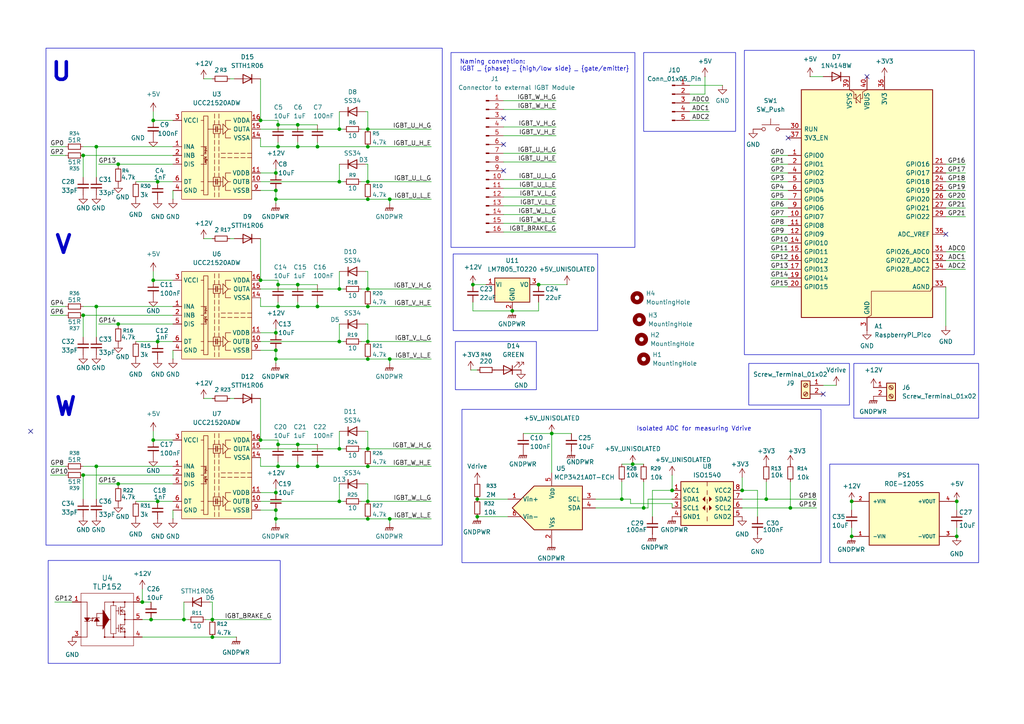
<source format=kicad_sch>
(kicad_sch (version 20250114) (generator "eeschema") (generator_version "9.0")
  (paper "A4")
  (rectangle (start 132.08 99.06) (end 155.575 113.03))
  (rectangle (start 215.9 14.605) (end 282.575 102.87))
  (rectangle (start 240.665 134.62) (end 283.845 163.195))
  (rectangle (start 247.65 105.41) (end 283.845 121.285))
  (rectangle (start 131.445 73.66) (end 173.355 95.885))
  (rectangle (start 13.335 13.97) (end 128.27 158.115))
  (rectangle (start 133.985 118.745) (end 238.125 163.195))
  (rectangle (start 186.69 15.24) (end 213.36 38.1))
  (rectangle (start 130.81 15.24) (end 184.15 71.755))
  (rectangle (start 217.17 105.41) (end 246.38 117.475))
  (rectangle (start 13.97 162.56) (end 81.28 192.405))
  (text "VVVF Inverter\n" (at 316.865 276.86 0) (effects (font (size 1.27 1.27))))
  (text "U" (at 17.78 20.955 0) (effects (font (size 5.08 5.08) (thickness 1.016) (bold yes))))
  (text "Isolated ADC for measuring Vdrive\n" (at 201.295 124.46 0) (effects (font (size 1.27 1.27))))
  (text "Naming convention:\nIGBT _ {phase} _ {high/low side} _ {gate/emitter}" (at 133.35 19.05 0) (effects (font (size 1.27 1.27)) (justify left)))
  (text "V" (at 18.415 71.12 0) (effects (font (size 5.08 5.08) (thickness 1.016) (bold yes))))
  (text "W" (at 19.05 118.11 0) (effects (font (size 5.08 5.08) (thickness 1.016) (bold yes))))
  (text "<< OLD STUFF" (at -27.94 46.99 0) (effects (font (size 3.81 3.81))))
  (junction (at 41.275 174.625))
  (junction (at 106.68 42.545))
  (junction (at 229.235 147.32))
  (junction (at 160.02 125.73))
  (junction (at 277.495 145.415))
  (junction (at -85.09 28.575))
  (junction (at 98.425 52.705))
  (junction (at 44.45 127.635))
  (junction (at 92.075 42.545))
  (junction (at 138.43 144.78))
  (junction (at 80.01 55.245))
  (junction (at -85.09 69.85))
  (junction (at 215.265 142.24))
  (junction (at 222.25 144.78))
  (junction (at 80.01 101.6))
  (junction (at 24.13 45.085))
  (junction (at 86.36 82.55))
  (junction (at 113.03 150.495))
  (junction (at -67.31 64.77))
  (junction (at 27.94 88.9))
  (junction (at -85.09 38.735))
  (junction (at 247.015 155.575))
  (junction (at 98.425 37.465))
  (junction (at 27.94 135.255))
  (junction (at 106.68 83.82))
  (junction (at 106.68 145.415))
  (junction (at 80.645 128.905))
  (junction (at 106.68 99.06))
  (junction (at 86.36 88.9))
  (junction (at 194.945 142.24))
  (junction (at 106.68 52.705))
  (junction (at 98.425 99.06))
  (junction (at 156.21 82.55))
  (junction (at -72.39 33.655))
  (junction (at 75.565 81.28))
  (junction (at 148.59 90.17))
  (junction (at 98.425 83.82))
  (junction (at 98.425 130.175))
  (junction (at 80.01 142.875))
  (junction (at 106.68 150.495))
  (junction (at 98.425 145.415))
  (junction (at 45.72 52.705))
  (junction (at 80.01 150.495))
  (junction (at 80.01 96.52))
  (junction (at 113.03 57.785))
  (junction (at 86.36 128.905))
  (junction (at 80.645 36.195))
  (junction (at -85.09 59.69))
  (junction (at -72.39 64.77))
  (junction (at 80.01 104.14))
  (junction (at 80.645 88.9))
  (junction (at 106.68 88.9))
  (junction (at 86.36 42.545))
  (junction (at 137.16 82.55))
  (junction (at 80.645 82.55))
  (junction (at -59.69 38.735))
  (junction (at 80.645 135.255))
  (junction (at 61.595 184.785))
  (junction (at 138.43 149.86))
  (junction (at 180.34 144.78))
  (junction (at 80.01 147.955))
  (junction (at 106.68 37.465))
  (junction (at 34.29 93.98))
  (junction (at 113.03 104.14))
  (junction (at 277.495 155.575))
  (junction (at 75.565 127.635))
  (junction (at 186.69 147.32))
  (junction (at 24.13 137.795))
  (junction (at 61.595 179.705))
  (junction (at 75.565 34.925))
  (junction (at 44.45 34.925))
  (junction (at -67.31 33.655))
  (junction (at 106.68 57.785))
  (junction (at 106.68 104.14))
  (junction (at 44.45 81.28))
  (junction (at 80.01 57.785))
  (junction (at 86.36 135.255))
  (junction (at 106.68 135.255))
  (junction (at 106.68 130.175))
  (junction (at 183.515 134.62))
  (junction (at 34.29 140.335))
  (junction (at 45.72 99.06))
  (junction (at 34.29 47.625))
  (junction (at 86.36 36.195))
  (junction (at 43.815 179.705))
  (junction (at 92.075 135.255))
  (junction (at 45.72 145.415))
  (junction (at 27.94 42.545))
  (junction (at 247.015 145.415))
  (junction (at 24.13 91.44))
  (junction (at 53.34 179.705))
  (junction (at -80.645 38.735))
  (junction (at 92.075 88.9))
  (junction (at 80.01 50.165))
  (junction (at 80.645 42.545))
  (no_connect (at 274.32 67.945))
  (no_connect (at 146.05 49.53))
  (no_connect (at 251.46 22.225))
  (no_connect (at 8.89 125.095))
  (no_connect (at 299.72 272.415))
  (no_connect (at 228.6 40.005))
  (no_connect (at 146.05 41.91))
  (no_connect (at 238.76 114.3))
  (no_connect (at 146.05 34.29))
  (wire (pts (xy 106.045 78.74) (xy 106.68 78.74)))
  (wire (pts (xy 106.045 125.095) (xy 106.68 125.095)))
  (wire (pts (xy 223.52 65.405) (xy 228.6 65.405)))
  (wire (pts (xy 61.595 184.785) (xy 68.58 184.785)))
  (wire (pts (xy 242.57 111.76) (xy 238.76 111.76)))
  (wire (pts (xy 106.68 52.705) (xy 125.095 52.705)))
  (wire (pts (xy 15.875 174.625) (xy 20.955 174.625)))
  (wire (pts (xy 223.52 45.085) (xy 228.6 45.085)))
  (wire (pts (xy 75.565 86.36) (xy 75.565 88.9)))
  (wire (pts (xy 223.52 47.625) (xy 228.6 47.625)))
  (wire (pts (xy 75.565 52.705) (xy 98.425 52.705)))
  (wire (pts (xy 80.645 133.985) (xy 80.645 135.255)))
  (wire (pts (xy 219.71 142.24) (xy 219.71 149.86)))
  (wire (pts (xy 80.01 104.14) (xy 80.01 101.6)))
  (wire (pts (xy 113.03 150.495) (xy 125.095 150.495)))
  (wire (pts (xy 75.565 69.215) (xy 75.565 81.28)))
  (wire (pts (xy 41.275 174.625) (xy 43.815 174.625)))
  (wire (pts (xy 280.035 47.625) (xy 274.32 47.625)))
  (wire (pts (xy -88.265 64.77) (xy -72.39 64.77)))
  (wire (pts (xy 148.59 90.17) (xy 156.21 90.17)))
  (wire (pts (xy 44.45 125.095) (xy 44.45 127.635)))
  (wire (pts (xy 24.13 135.255) (xy 27.94 135.255)))
  (wire (pts (xy 98.425 47.625) (xy 98.425 52.705)))
  (wire (pts (xy 280.035 55.245) (xy 274.32 55.245)))
  (wire (pts (xy 99.695 83.82) (xy 98.425 83.82)))
  (wire (pts (xy 161.29 36.83) (xy 146.05 36.83)))
  (wire (pts (xy 106.68 42.545) (xy 125.095 42.545)))
  (wire (pts (xy 104.775 83.82) (xy 106.68 83.82)))
  (wire (pts (xy 44.45 81.28) (xy 50.165 81.28)))
  (wire (pts (xy 194.945 137.795) (xy 194.945 142.24)))
  (wire (pts (xy 45.72 52.705) (xy 50.165 52.705)))
  (wire (pts (xy 106.045 32.385) (xy 106.68 32.385)))
  (wire (pts (xy 75.565 115.57) (xy 75.565 127.635)))
  (wire (pts (xy 27.94 42.545) (xy 50.165 42.545)))
  (wire (pts (xy 50.165 104.14) (xy 50.165 101.6)))
  (wire (pts (xy 60.96 174.625) (xy 61.595 174.625)))
  (wire (pts (xy 138.43 107.315) (xy 136.525 107.315)))
  (wire (pts (xy -88.265 59.69) (xy -85.09 59.69)))
  (wire (pts (xy 183.515 134.62) (xy 180.34 134.62)))
  (wire (pts (xy 98.425 140.335) (xy 98.425 145.415)))
  (wire (pts (xy 106.68 47.625) (xy 106.68 52.705)))
  (wire (pts (xy 182.88 144.78) (xy 182.88 146.05)))
  (wire (pts (xy 172.72 144.78) (xy 180.34 144.78)))
  (wire (pts (xy 106.045 93.98) (xy 106.68 93.98)))
  (wire (pts (xy 161.29 64.77) (xy 146.05 64.77)))
  (wire (pts (xy 106.68 32.385) (xy 106.68 37.465)))
  (wire (pts (xy 86.36 87.63) (xy 86.36 88.9)))
  (wire (pts (xy 44.45 78.74) (xy 44.45 81.28)))
  (wire (pts (xy -72.39 30.48) (xy -72.39 33.655)))
  (wire (pts (xy 161.29 44.45) (xy 146.05 44.45)))
  (wire (pts (xy 34.29 140.97) (xy 34.29 140.335)))
  (wire (pts (xy 41.275 179.705) (xy 43.815 179.705)))
  (wire (pts (xy -85.09 19.685) (xy -85.09 19.05)))
  (wire (pts (xy 44.45 32.385) (xy 44.45 34.925)))
  (wire (pts (xy 274.32 94.615) (xy 274.32 83.185)))
  (wire (pts (xy 98.425 32.385) (xy 98.425 37.465)))
  (wire (pts (xy 156.21 90.17) (xy 156.21 87.63)))
  (wire (pts (xy 205.74 34.925) (xy 200.025 34.925)))
  (wire (pts (xy 161.29 57.15) (xy 146.05 57.15)))
  (wire (pts (xy 80.645 41.275) (xy 80.645 42.545)))
  (wire (pts (xy 161.29 62.23) (xy 146.05 62.23)))
  (wire (pts (xy 98.425 145.415) (xy 99.695 145.415)))
  (wire (pts (xy 86.36 133.985) (xy 86.36 135.255)))
  (wire (pts (xy 80.01 150.495) (xy 80.01 147.955)))
  (wire (pts (xy 75.565 145.415) (xy 98.425 145.415)))
  (wire (pts (xy 223.52 60.325) (xy 228.6 60.325)))
  (wire (pts (xy 27.94 135.255) (xy 27.94 144.78)))
  (wire (pts (xy 14.605 45.085) (xy 19.05 45.085)))
  (wire (pts (xy 223.52 80.645) (xy 228.6 80.645)))
  (wire (pts (xy 186.69 139.7) (xy 186.69 147.32)))
  (wire (pts (xy 280.035 75.565) (xy 274.32 75.565)))
  (wire (pts (xy 98.425 78.74) (xy 98.425 83.82)))
  (wire (pts (xy 106.68 140.335) (xy 106.68 145.415)))
  (wire (pts (xy 280.035 52.705) (xy 274.32 52.705)))
  (wire (pts (xy 113.03 57.785) (xy 125.095 57.785)))
  (wire (pts (xy 24.13 42.545) (xy 27.94 42.545)))
  (wire (pts (xy 14.605 91.44) (xy 19.05 91.44)))
  (wire (pts (xy 222.25 139.7) (xy 222.25 144.78)))
  (wire (pts (xy 24.13 91.44) (xy 50.165 91.44)))
  (wire (pts (xy 24.13 137.795) (xy 24.13 144.78)))
  (wire (pts (xy 183.515 134.62) (xy 186.69 134.62)))
  (wire (pts (xy 113.03 151.765) (xy 113.03 150.495)))
  (wire (pts (xy 92.075 135.255) (xy 106.68 135.255)))
  (wire (pts (xy -88.265 28.575) (xy -85.09 28.575)))
  (wire (pts (xy 280.035 78.105) (xy 274.32 78.105)))
  (wire (pts (xy 80.645 135.255) (xy 86.36 135.255)))
  (wire (pts (xy -88.265 69.85) (xy -85.09 69.85)))
  (wire (pts (xy 223.52 70.485) (xy 228.6 70.485)))
  (wire (pts (xy 24.13 91.44) (xy 24.13 97.79)))
  (wire (pts (xy -80.645 38.735) (xy -59.69 38.735)))
  (wire (pts (xy 27.94 88.9) (xy 27.94 97.79)))
  (wire (pts (xy 205.74 32.385) (xy 200.025 32.385)))
  (wire (pts (xy 106.68 104.14) (xy 113.03 104.14)))
  (wire (pts (xy 28.575 93.98) (xy 34.29 93.98)))
  (wire (pts (xy 41.275 170.815) (xy 41.275 174.625)))
  (wire (pts (xy 92.075 41.275) (xy 92.075 42.545)))
  (wire (pts (xy 138.43 144.78) (xy 147.32 144.78)))
  (wire (pts (xy 113.03 105.41) (xy 113.03 104.14)))
  (wire (pts (xy 75.565 81.28) (xy 80.645 81.28)))
  (wire (pts (xy 80.01 141.605) (xy 80.01 142.875)))
  (wire (pts (xy 75.565 130.175) (xy 98.425 130.175)))
  (wire (pts (xy 104.775 130.175) (xy 106.68 130.175)))
  (wire (pts (xy 161.29 46.99) (xy 146.05 46.99)))
  (wire (pts (xy 61.595 179.705) (xy 78.74 179.705)))
  (wire (pts (xy 223.52 62.865) (xy 228.6 62.865)))
  (wire (pts (xy 182.88 146.05) (xy 194.945 146.05)))
  (wire (pts (xy 194.945 146.05) (xy 194.945 147.32)))
  (wire (pts (xy 209.55 24.765) (xy 200.025 24.765)))
  (wire (pts (xy 80.01 101.6) (xy 75.565 101.6)))
  (wire (pts (xy 80.01 150.495) (xy 106.68 150.495)))
  (wire (pts (xy 215.265 138.43) (xy 215.265 142.24)))
  (wire (pts (xy -67.31 30.48) (xy -67.31 33.655)))
  (wire (pts (xy 98.425 93.98) (xy 98.425 99.06)))
  (wire (pts (xy 247.015 153.035) (xy 247.015 155.575)))
  (wire (pts (xy 24.13 137.795) (xy 50.165 137.795)))
  (wire (pts (xy 106.045 47.625) (xy 106.68 47.625)))
  (wire (pts (xy 59.055 69.215) (xy 61.595 69.215)))
  (wire (pts (xy 277.495 145.415) (xy 277.495 147.955)))
  (wire (pts (xy -85.09 24.765) (xy -85.09 28.575)))
  (wire (pts (xy 104.775 37.465) (xy 106.68 37.465)))
  (wire (pts (xy 80.645 87.63) (xy 80.645 88.9)))
  (wire (pts (xy 161.29 59.69) (xy 146.05 59.69)))
  (wire (pts (xy 104.775 52.705) (xy 106.68 52.705)))
  (wire (pts (xy 66.675 22.86) (xy 67.945 22.86)))
  (wire (pts (xy 113.03 59.055) (xy 113.03 57.785)))
  (wire (pts (xy 106.68 93.98) (xy 106.68 99.06)))
  (wire (pts (xy 187.96 147.32) (xy 187.96 144.78)))
  (wire (pts (xy 34.29 47.625) (xy 34.29 48.26)))
  (wire (pts (xy -85.09 38.1) (xy -85.09 38.735)))
  (wire (pts (xy 215.265 144.78) (xy 222.25 144.78)))
  (wire (pts (xy 80.01 104.14) (xy 106.68 104.14)))
  (wire (pts (xy 45.72 145.415) (xy 50.165 145.415)))
  (wire (pts (xy -59.69 38.735) (xy -59.69 59.69)))
  (wire (pts (xy 187.96 144.78) (xy 194.945 144.78)))
  (wire (pts (xy -85.09 59.69) (xy -85.09 64.135)))
  (wire (pts (xy 59.69 179.705) (xy 61.595 179.705)))
  (wire (pts (xy 39.37 52.705) (xy 45.72 52.705)))
  (wire (pts (xy 180.34 139.7) (xy 180.34 144.78)))
  (wire (pts (xy 24.13 45.085) (xy 24.13 51.435)))
  (wire (pts (xy 43.815 179.705) (xy 53.34 179.705)))
  (wire (pts (xy 53.34 174.625) (xy 53.34 179.705)))
  (wire (pts (xy 99.695 130.175) (xy 98.425 130.175)))
  (wire (pts (xy 53.34 179.705) (xy 54.61 179.705)))
  (wire (pts (xy 223.52 67.945) (xy 228.6 67.945)))
  (wire (pts (xy 75.565 132.715) (xy 75.565 135.255)))
  (wire (pts (xy 59.055 22.86) (xy 61.595 22.86)))
  (wire (pts (xy 44.45 34.925) (xy 50.165 34.925)))
  (wire (pts (xy 106.68 145.415) (xy 125.095 145.415)))
  (wire (pts (xy 186.69 147.32) (xy 187.96 147.32)))
  (wire (pts (xy 92.075 88.9) (xy 106.68 88.9)))
  (wire (pts (xy 75.565 142.875) (xy 80.01 142.875)))
  (wire (pts (xy 180.34 144.78) (xy 182.88 144.78)))
  (wire (pts (xy -59.69 21.59) (xy -59.69 28.575)))
  (wire (pts (xy -72.39 61.595) (xy -72.39 64.77)))
  (wire (pts (xy 67.945 115.57) (xy 66.675 115.57)))
  (wire (pts (xy 280.035 62.865) (xy 274.32 62.865)))
  (wire (pts (xy 80.01 151.765) (xy 80.01 150.495)))
  (wire (pts (xy 104.775 145.415) (xy 106.68 145.415)))
  (wire (pts (xy 14.605 88.9) (xy 19.05 88.9)))
  (wire (pts (xy 137.16 90.17) (xy 137.16 87.63)))
  (wire (pts (xy 280.035 50.165) (xy 274.32 50.165)))
  (wire (pts (xy 161.29 54.61) (xy 146.05 54.61)))
  (wire (pts (xy 189.23 149.86) (xy 189.23 142.24)))
  (wire (pts (xy 24.13 88.9) (xy 27.94 88.9)))
  (wire (pts (xy 92.075 42.545) (xy 106.68 42.545)))
  (wire (pts (xy 80.01 147.955) (xy 75.565 147.955)))
  (wire (pts (xy 113.03 104.14) (xy 125.095 104.14)))
  (wire (pts (xy 75.565 40.005) (xy 75.565 42.545)))
  (wire (pts (xy 24.13 45.085) (xy 50.165 45.085)))
  (wire (pts (xy 28.575 140.335) (xy 34.29 140.335)))
  (wire (pts (xy 99.695 37.465) (xy 98.425 37.465)))
  (wire (pts (xy 104.775 99.06) (xy 106.68 99.06)))
  (wire (pts (xy 50.165 150.495) (xy 50.165 147.955)))
  (wire (pts (xy 75.565 42.545) (xy 80.645 42.545)))
  (wire (pts (xy 160.02 125.73) (xy 160.02 137.16)))
  (wire (pts (xy 229.235 139.7) (xy 229.235 147.32)))
  (wire (pts (xy 106.68 37.465) (xy 125.095 37.465)))
  (wire (pts (xy 189.23 142.24) (xy 194.945 142.24)))
  (wire (pts (xy 151.765 125.73) (xy 160.02 125.73)))
  (wire (pts (xy -85.09 38.735) (xy -80.645 38.735)))
  (wire (pts (xy 106.68 135.255) (xy 125.095 135.255)))
  (wire (pts (xy 98.425 99.06) (xy 99.695 99.06)))
  (wire (pts (xy 14.605 42.545) (xy 19.05 42.545)))
  (wire (pts (xy 229.235 147.32) (xy 236.855 147.32)))
  (wire (pts (xy 280.035 60.325) (xy 274.32 60.325)))
  (wire (pts (xy 28.575 47.625) (xy 34.29 47.625)))
  (wire (pts (xy 45.72 99.06) (xy 50.165 99.06)))
  (wire (pts (xy 59.055 115.57) (xy 61.595 115.57)))
  (wire (pts (xy 67.945 69.215) (xy 66.675 69.215)))
  (wire (pts (xy 80.01 48.895) (xy 80.01 50.165)))
  (wire (pts (xy 98.425 52.705) (xy 99.695 52.705)))
  (wire (pts (xy 80.645 127.635) (xy 80.645 128.905)))
  (wire (pts (xy 80.01 57.785) (xy 80.01 55.245)))
  (wire (pts (xy 161.29 29.21) (xy 146.05 29.21)))
  (wire (pts (xy 14.605 137.795) (xy 19.05 137.795)))
  (wire (pts (xy -67.31 61.595) (xy -67.31 64.77)))
  (wire (pts (xy 160.02 125.73) (xy 165.735 125.73)))
  (wire (pts (xy 75.565 99.06) (xy 98.425 99.06)))
  (wire (pts (xy 172.72 147.32) (xy 186.69 147.32)))
  (wire (pts (xy 34.29 94.615) (xy 34.29 93.98)))
  (wire (pts (xy 106.045 140.335) (xy 106.68 140.335)))
  (wire (pts (xy 247.015 145.415) (xy 247.015 147.955)))
  (wire (pts (xy 223.52 83.185) (xy 228.6 83.185)))
  (wire (pts (xy 34.29 93.98) (xy 50.165 93.98)))
  (wire (pts (xy 34.29 47.625) (xy 50.165 47.625)))
  (wire (pts (xy 148.59 90.17) (xy 137.16 90.17)))
  (wire (pts (xy 86.36 42.545) (xy 92.075 42.545)))
  (wire (pts (xy 80.645 88.9) (xy 86.36 88.9)))
  (wire (pts (xy 75.565 50.165) (xy 80.01 50.165)))
  (wire (pts (xy 98.425 125.095) (xy 98.425 130.175)))
  (wire (pts (xy 161.29 67.31) (xy 146.05 67.31)))
  (wire (pts (xy 106.68 125.095) (xy 106.68 130.175)))
  (wire (pts (xy 39.37 145.415) (xy 45.72 145.415)))
  (wire (pts (xy 138.43 149.86) (xy 147.32 149.86)))
  (wire (pts (xy 106.68 130.175) (xy 125.095 130.175)))
  (wire (pts (xy -85.09 28.575) (xy -80.645 28.575)))
  (wire (pts (xy 161.29 31.75) (xy 146.05 31.75)))
  (wire (pts (xy 204.47 27.305) (xy 200.025 27.305)))
  (wire (pts (xy 223.52 50.165) (xy 228.6 50.165)))
  (wire (pts (xy 75.565 83.82) (xy 98.425 83.82)))
  (wire (pts (xy 106.68 150.495) (xy 113.03 150.495)))
  (wire (pts (xy 27.94 42.545) (xy 27.94 51.435)))
  (wire (pts (xy 215.265 147.32) (xy 229.235 147.32)))
  (wire (pts (xy 106.68 78.74) (xy 106.68 83.82)))
  (wire (pts (xy -85.09 57.15) (xy -85.09 59.69)))
  (wire (pts (xy 222.25 144.78) (xy 236.855 144.78)))
  (wire (pts (xy 106.68 88.9) (xy 125.095 88.9)))
  (wire (pts (xy 164.465 82.55) (xy 156.21 82.55)))
  (wire (pts (xy 86.36 88.9) (xy 92.075 88.9)))
  (wire (pts (xy 106.68 83.82) (xy 125.095 83.82)))
  (wire (pts (xy 161.29 52.07) (xy 146.05 52.07)))
  (wire (pts (xy 44.45 127.635) (xy 50.165 127.635)))
  (wire (pts (xy 223.52 73.025) (xy 228.6 73.025)))
  (wire (pts (xy 41.275 184.785) (xy 61.595 184.785)))
  (wire (pts (xy 86.36 82.55) (xy 92.075 82.55)))
  (wire (pts (xy 280.035 73.025) (xy 274.32 73.025)))
  (wire (pts (xy 86.36 36.195) (xy 92.075 36.195)))
  (wire (pts (xy 223.52 75.565) (xy 228.6 75.565)))
  (wire (pts (xy -85.09 28.575) (xy -85.09 33.02)))
  (wire (pts (xy 50.165 57.785) (xy 50.165 55.245)))
  (wire (pts (xy -80.645 33.02) (xy -80.645 28.575)))
  (wire (pts (xy 80.01 59.055) (xy 80.01 57.785)))
  (wire (pts (xy 80.01 57.785) (xy 106.68 57.785)))
  (wire (pts (xy 161.29 39.37) (xy 146.05 39.37)))
  (wire (pts (xy 204.47 22.225) (xy 204.47 27.305)))
  (wire (pts (xy 137.16 82.55) (xy 140.97 82.55)))
  (wire (pts (xy 86.36 41.275) (xy 86.36 42.545)))
  (wire (pts (xy 34.29 140.335) (xy 50.165 140.335)))
  (wire (pts (xy 205.74 29.845) (xy 200.025 29.845)))
  (wire (pts (xy 75.565 88.9) (xy 80.645 88.9)))
  (wire (pts (xy 27.94 135.255) (xy 50.165 135.255)))
  (wire (pts (xy 80.645 36.195) (xy 86.36 36.195)))
  (wire (pts (xy 280.035 57.785) (xy 274.32 57.785)))
  (wire (pts (xy 86.36 135.255) (xy 92.075 135.255)))
  (wire (pts (xy -88.265 33.655) (xy -72.39 33.655)))
  (wire (pts (xy 223.52 52.705) (xy 228.6 52.705)))
  (wire (pts (xy 80.645 128.905) (xy 86.36 128.905)))
  (wire (pts (xy 106.68 57.785) (xy 113.03 57.785)))
  (wire (pts (xy 234.95 22.225) (xy 238.76 22.225)))
  (wire (pts (xy 75.565 127.635) (xy 80.645 127.635)))
  (wire (pts (xy 92.075 87.63) (xy 92.075 88.9)))
  (wire (pts (xy 80.645 42.545) (xy 86.36 42.545)))
  (wire (pts (xy 61.595 174.625) (xy 61.595 179.705)))
  (wire (pts (xy 106.68 99.06) (xy 125.095 99.06)))
  (wire (pts (xy 75.565 22.86) (xy 75.565 34.925)))
  (wire (pts (xy 14.605 135.255) (xy 19.05 135.255)))
  (wire (pts (xy 75.565 96.52) (xy 80.01 96.52)))
  (wire (pts (xy 215.265 142.24) (xy 219.71 142.24)))
  (wire (pts (xy 277.495 153.035) (xy 277.495 155.575)))
  (wire (pts (xy 75.565 34.925) (xy 80.645 34.925)))
  (wire (pts (xy 75.565 135.255) (xy 80.645 135.255)))
  (wire (pts (xy -88.265 38.735) (xy -85.09 38.735)))
  (wire (pts (xy 223.52 78.105) (xy 228.6 78.105)))
  (wire (pts (xy 80.01 55.245) (xy 75.565 55.245)))
  (wire (pts (xy 80.01 105.41) (xy 80.01 104.14)))
  (wire (pts (xy 80.645 82.55) (xy 86.36 82.55)))
  (wire (pts (xy 92.075 133.985) (xy 92.075 135.255)))
  (wire (pts (xy 223.52 55.245) (xy 228.6 55.245)))
  (wire (pts (xy 80.645 34.925) (xy 80.645 36.195)))
  (wire (pts (xy 80.645 81.28) (xy 80.645 82.55)))
  (wire (pts (xy 86.36 128.905) (xy 92.075 128.905)))
  (wire (pts (xy 39.37 99.06) (xy 45.72 99.06)))
  (wire (pts (xy 27.94 88.9) (xy 50.165 88.9)))
  (wire (pts (xy -85.09 69.215) (xy -85.09 69.85)))
  (wire (pts (xy 223.52 57.785) (xy 228.6 57.785)))
  (wire (pts (xy -80.645 38.1) (xy -80.645 38.735)))
  (wire (pts (xy 75.565 37.465) (xy 98.425 37.465)))
  (wire (pts (xy 80.01 95.25) (xy 80.01 96.52)))
  (label "GP9" (at 223.52 67.945 0))
  (label "GP5" (at 223.52 57.785 0))
  (label "ADC1" (at 205.74 32.385 180))
  (label "GP21" (at 280.035 62.865 180))
  (label "GP20" (at 280.035 57.785 180))
  (label "IGBT_U_L_E" (at 125.095 57.785 180))
  (label "IGBT_W_L_E" (at 161.29 64.77 180))
  (label "ADC2" (at 280.035 78.105 180))
  (label "GP8" (at 14.605 135.255 0))
  (label "IGBT_V_L_G" (at 161.29 57.15 180))
  (label "GP0" (at 14.605 42.545 0))
  (label "IGBT_W_L_E" (at 125.095 150.495 180))
  (label "IGBT_V_H_G" (at 161.29 36.83 180))
  (label "IGBT_V_L_E" (at 161.29 59.69 180))
  (label "ADC1" (at 280.035 75.565 180))
  (label "GP15" (at 28.575 140.335 0))
  (label "IGBT_W_H_E" (at 161.29 31.75 180))
  (label "IGBT_W_H_G" (at 161.29 29.21 180))
  (label "IGBT_BRAKE_G" (at 78.74 179.705 180))
  (label "ADC0" (at 205.74 29.845 180))
  (label "GP7" (at 223.52 62.865 0))
  (label "IGBT_W_H_G" (at 125.095 130.175 180))
  (label "IGBT_W_L_G" (at 161.29 62.23 180))
  (label "IGBT_V_L_G" (at 125.095 99.06 180))
  (label "GP15" (at 223.52 83.185 0))
  (label "GP3" (at 223.52 52.705 0))
  (label "GP21" (at 280.035 60.325 180))
  (label "GP12" (at 223.52 75.565 0))
  (label "GP10" (at 14.605 137.795 0))
  (label "GP14" (at 28.575 93.98 0))
  (label "IGBT_U_L_E" (at 161.29 54.61 180))
  (label "GP13" (at 28.575 47.625 0))
  (label "GP18" (at 236.855 144.78 180))
  (label "GP2" (at 14.605 45.085 0))
  (label "ADC0" (at 280.035 73.025 180))
  (label "IGBT_U_H_E" (at 125.095 42.545 180))
  (label "GP2" (at 223.52 50.165 0))
  (label "IGBT_U_H_E" (at 161.29 46.99 180))
  (label "IGBT_W_L_G" (at 125.095 145.415 180))
  (label "GP16" (at 280.035 47.625 180))
  (label "GP11" (at 223.52 73.025 0))
  (label "IGBT_V_H_E" (at 125.095 88.9 180))
  (label "GP19" (at 236.855 147.32 180))
  (label "GP13" (at 223.52 78.105 0))
  (label "IGBT_V_L_E" (at 125.095 104.14 180))
  (label "GP10" (at 223.52 70.485 0))
  (label "GP18" (at 280.035 52.705 180))
  (label "GP6" (at 14.605 91.44 0))
  (label "GP12" (at 15.875 174.625 0))
  (label "IGBT_V_H_G" (at 125.095 83.82 180))
  (label "IGBT_U_L_G" (at 125.095 52.705 180))
  (label "GP17" (at 280.035 50.165 180))
  (label "GP6" (at 223.52 60.325 0))
  (label "GP14" (at 223.52 80.645 0))
  (label "IGBT_U_L_G" (at 161.29 52.07 180))
  (label "GP19" (at 280.035 55.245 180))
  (label "GP4" (at 14.605 88.9 0))
  (label "GP1" (at 223.52 47.625 0))
  (label "GP8" (at 223.52 65.405 0))
  (label "IGBT_BRAKE_G" (at 161.29 67.31 180))
  (label "IGBT_U_H_G" (at 161.29 44.45 180))
  (label "ADC2" (at 205.74 34.925 180))
  (label "IGBT_U_H_G" (at 125.095 37.465 180))
  (label "GP4" (at 223.52 55.245 0))
  (label "IGBT_W_H_E" (at 125.095 135.255 180))
  (label "GP0" (at 223.52 45.085 0))
  (label "IGBT_V_H_E" (at 161.29 39.37 180))
  (global_label "GPXX" (shape input) (at -113.665 28.575 180) (property "Intersheetrefs" "${INTERSHEET_REFS}" (effects (hide yes))))
  (symbol (lib_id "power:Vdrive") (at 138.43 139.7 0) (unit 1)
    (property "Reference" "#PWR067" (effects (hide yes)))
    (property "Value" "Vdrive" (at 138.43 135.255 0))
    (property "Description" "Power symbol creates a global label with name \"Vdrive\"" (effects (hide yes)))
  )
  (symbol (lib_id "Device:Q_NIGBT_GCE") (at -62.23 33.655 0) (unit 1) (exclude_from_sim yes) (in_bom no) (on_board no) (dnp yes)
    (property "Reference" "Q1" (at -56.515 32.3849 0) (effects (justify left)))
    (property "Value" "Q_NIGBT_GCE" (at -56.515 34.9249 0) (effects (justify left)))
    (property "Description" "N-IGBT transistor, gate/collector/emitter" (effects (hide yes)))
  )
  (symbol (lib_id "power:Vdrive") (at 242.57 111.76 0) (unit 1)
    (property "Reference" "#PWR066" (effects (hide yes)))
    (property "Value" "Vdrive" (at 242.57 107.315 0))
    (property "Description" "Power symbol creates a global label with name \"Vdrive\"" (effects (hide yes)))
  )
  (symbol (lib_id "power:GNDPWR") (at 194.945 149.86 0) (unit 1)
    (property "Reference" "#PWR025" (effects (hide yes)))
    (property "Value" "GNDPWR" (at 195.58 153.67 0))
    (property "Description" "Power symbol creates a global label with name \"GNDPWR\" , global ground" (effects (hide yes)))
  )
  (symbol (lib_id "power:GND") (at -85.09 69.85 0) (unit 1) (exclude_from_sim yes) (in_bom no) (on_board no) (dnp yes)
    (property "Reference" "#PWR07" (effects (hide yes)))
    (property "Value" "GND" (at -85.09 74.295 0))
    (property "Description" "Power symbol creates a global label with name \"GND\" , ground" (effects (hide yes)))
  )
  (symbol (lib_name "R_Small_2") (lib_id "Device:R_Small") (at 34.29 50.8 0) (mirror y) (unit 1)
    (property "Reference" "R4" (at 37.465 49.53 0) (effects (font (size 1.016 1.016)) (justify left)))
    (property "Value" "4.7k" (at 39.37 51.435 0) (effects (justify left)))
    (property "Footprint" "Resistor_SMD:R_0603_1608Metric_Pad0.98x0.95mm_HandSolder" (effects (hide yes)))
    (property "Description" "Resistor, small symbol" (effects (hide yes)))
    (property "LCSC Part" "C99782" (effects (hide yes)))
  )
  (symbol (lib_id "Device:C_Small") (at 80.01 52.705 0) (unit 1)
    (property "Reference" "C8" (at 80.645 47.625 0) (effects (justify left)))
    (property "Value" "10uF" (at 80.645 50.165 0) (effects (justify left)))
    (property "Footprint" "Capacitor_SMD:C_0603_1608Metric_Pad1.08x0.95mm_HandSolder" (effects (hide yes)))
    (property "Description" "Unpolarized capacitor, small symbol" (effects (hide yes)))
    (property "LCSC Part" "C194427" (effects (hide yes)))
  )
  (symbol (lib_id "power:+12V") (at 80.01 48.895 0) (unit 1)
    (property "Reference" "#PWR012" (effects (hide yes)))
    (property "Value" "+12V" (at 80.01 44.45 0))
    (property "Description" "Power symbol creates a global label with name \"+12V\"" (effects (hide yes)))
  )
  (symbol (lib_id "power:GND") (at 39.37 150.495 0) (unit 1)
    (property "Reference" "#PWR072" (effects (hide yes)))
    (property "Value" "GND" (at 39.37 154.94 0))
    (property "Description" "Power symbol creates a global label with name \"GND\" , ground" (effects (hide yes)))
  )
  (symbol (lib_id "power:GND") (at 274.32 94.615 0) (unit 1)
    (property "Reference" "#PWR021" (effects (hide yes)))
    (property "Value" "GND" (at 274.32 99.06 0))
    (property "Description" "Power symbol creates a global label with name \"GND\" , ground" (effects (hide yes)))
  )
  (symbol (lib_id "power:GND") (at 50.165 57.785 0) (unit 1)
    (property "Reference" "#PWR09" (effects (hide yes)))
    (property "Value" "GND" (at 50.165 62.865 0))
    (property "Description" "Power symbol creates a global label with name \"GND\" , ground" (effects (hide yes)))
  )
  (symbol (lib_id "power:GNDPWR") (at 247.015 155.575 0) (unit 1)
    (property "Reference" "#PWR051" (effects (hide yes)))
    (property "Value" "GNDPWR" (at 246.888 159.385 0))
    (property "Description" "Power symbol creates a global label with name \"GNDPWR\" , global ground" (effects (hide yes)))
  )
  (symbol (lib_id "Device:Q_NIGBT_GCE") (at -62.23 64.77 0) (unit 1) (exclude_from_sim yes) (in_bom no) (on_board no) (dnp yes)
    (property "Reference" "Q2" (at -56.515 63.4999 0) (effects (justify left)))
    (property "Value" "Q_NIGBT_GCE" (at -56.515 66.0399 0) (effects (justify left)))
    (property "Description" "N-IGBT transistor, gate/collector/emitter" (effects (hide yes)))
  )
  (symbol (lib_id "Device:R_Small") (at -111.125 28.575 90) (unit 1) (exclude_from_sim yes) (in_bom no) (on_board no) (dnp yes)
    (property "Reference" "R1" (at -111.125 22.86 90))
    (property "Value" "1k" (at -111.125 25.4 90))
    (property "Description" "Resistor, small symbol" (effects (hide yes)))
  )
  (symbol (lib_name "R_Small_8") (lib_id "Device:R_Small") (at 21.59 135.255 90) (unit 1)
    (property "Reference" "R38" (at 21.59 131.445 90) (effects (font (size 1.016 1.016))))
    (property "Value" "51R" (at 21.59 133.35 90))
    (property "Footprint" "Resistor_SMD:R_0603_1608Metric_Pad0.98x0.95mm_HandSolder" (effects (hide yes)))
    (property "Description" "Resistor, small symbol" (effects (hide yes)))
    (property "LCSC Part" "C23197" (effects (hide yes)))
  )
  (symbol (lib_id "power:+5V") (at 183.515 134.62 0) (unit 1)
    (property "Reference" "#PWR059" (effects (hide yes)))
    (property "Value" "+5V_UNISOLATED" (at 183.515 130.175 0))
    (property "Description" "Power symbol creates a global label with name \"+5V\"" (effects (hide yes)))
  )
  (symbol (lib_id "power:GND") (at 39.37 57.785 0) (unit 1)
    (property "Reference" "#PWR071" (effects (hide yes)))
    (property "Value" "GND" (at 39.37 62.23 0))
    (property "Description" "Power symbol creates a global label with name \"GND\" , ground" (effects (hide yes)))
  )
  (symbol (lib_id "Device:C_Small") (at 27.94 147.32 0) (unit 1)
    (property "Reference" "C36" (at 28.575 145.415 0) (effects (justify left)))
    (property "Value" "33pF" (at 28.575 149.225 0) (effects (justify left)))
    (property "Footprint" "Capacitor_SMD:C_0603_1608Metric_Pad1.08x0.95mm_HandSolder" (effects (hide yes)))
    (property "Description" "Unpolarized capacitor, small symbol" (effects (hide yes)))
    (property "LCSC Part" "C107047" (effects (hide yes)))
  )
  (symbol (lib_id "power:GND") (at 219.71 154.94 0) (unit 1)
    (property "Reference" "#PWR060" (effects (hide yes)))
    (property "Value" "GND" (at 219.71 160.02 0))
    (property "Description" "Power symbol creates a global label with name \"GND\" , ground" (effects (hide yes)))
  )
  (symbol (lib_id "Mechanical:MountingHole") (at 184.785 86.36 0) (unit 1) (in_bom no)
    (property "Reference" "H4" (at 187.325 85.0899 0) (effects (justify left)))
    (property "Value" "MountingHole" (at 187.325 87.6299 0) (effects (justify left)))
    (property "Footprint" "MountingHole:MountingHole_2.2mm_M2" (effects (hide yes)))
    (property "Description" "Mounting Hole without connection" (effects (hide yes)))
  )
  (symbol (lib_id "Device:C_Small") (at 27.94 100.33 0) (unit 1)
    (property "Reference" "C33" (at 28.575 98.425 0) (effects (justify left)))
    (property "Value" "33pF" (at 28.575 102.235 0) (effects (justify left)))
    (property "Footprint" "Capacitor_SMD:C_0603_1608Metric_Pad1.08x0.95mm_HandSolder" (effects (hide yes)))
    (property "Description" "Unpolarized capacitor, small symbol" (effects (hide yes)))
    (property "LCSC Part" "C107047" (effects (hide yes)))
  )
  (symbol (lib_id "Device:C_Small") (at 44.45 130.175 0) (unit 1)
    (property "Reference" "C17" (at 46.355 128.905 0) (effects (justify left)))
    (property "Value" "100nF" (at 46.355 131.445 0) (effects (justify left)))
    (property "Footprint" "Capacitor_SMD:C_0603_1608Metric_Pad1.08x0.95mm_HandSolder" (effects (hide yes)))
    (property "Description" "Unpolarized capacitor, small symbol" (effects (hide yes)))
    (property "LCSC Part" "C14663" (effects (hide yes)))
  )
  (symbol (lib_id "Device:C_Small") (at 137.16 85.09 0) (unit 1)
    (property "Reference" "C23" (at 139.065 83.82 0) (effects (justify left)))
    (property "Value" "22uF" (at 139.065 86.36 0) (effects (justify left)))
    (property "Footprint" "Capacitor_SMD:C_0805_2012Metric_Pad1.18x1.45mm_HandSolder" (effects (hide yes)))
    (property "Description" "Unpolarized capacitor, small symbol" (effects (hide yes)))
    (property "LCSC Part" "C29519229" (effects (hide yes)))
  )
  (symbol (lib_id "power:GND") (at 151.13 107.315 0) (unit 1)
    (property "Reference" "#PWR080" (effects (hide yes)))
    (property "Value" "GND" (at 151.13 111.76 0))
    (property "Description" "Power symbol creates a global label with name \"GND\" , ground" (effects (hide yes)))
  )
  (symbol (lib_name "R_Small_4") (lib_id "Device:R_Small") (at 102.235 130.175 90) (unit 1)
    (property "Reference" "R24" (at 102.235 128.27 90) (effects (font (size 1.016 1.016))))
    (property "Value" "10" (at 102.235 132.08 90))
    (property "Footprint" "Resistor_SMD:R_0603_1608Metric_Pad0.98x0.95mm_HandSolder" (effects (hide yes)))
    (property "Description" "Resistor, small symbol" (effects (hide yes)))
    (property "LCSC Part" "C510088" (effects (hide yes)))
  )
  (symbol (lib_id "power:GND") (at 251.46 95.885 0) (unit 1)
    (property "Reference" "#PWR020" (effects (hide yes)))
    (property "Value" "GND" (at 251.46 100.33 0))
    (property "Description" "Power symbol creates a global label with name \"GND\" , ground" (effects (hide yes)))
  )
  (symbol (lib_name "R_Small_4") (lib_id "Device:R_Small") (at 102.235 83.82 90) (unit 1)
    (property "Reference" "R18" (at 102.235 81.915 90) (effects (font (size 1.016 1.016))))
    (property "Value" "10" (at 102.235 85.725 90))
    (property "Footprint" "Resistor_SMD:R_0603_1608Metric_Pad0.98x0.95mm_HandSolder" (effects (hide yes)))
    (property "Description" "Resistor, small symbol" (effects (hide yes)))
    (property "LCSC Part" "C510088" (effects (hide yes)))
  )
  (symbol (lib_id "power:+12V") (at 59.055 22.86 0) (unit 1)
    (property "Reference" "#PWR050" (effects (hide yes)))
    (property "Value" "+12V" (at 59.055 18.415 0))
    (property "Description" "Power symbol creates a global label with name \"+12V\"" (effects (hide yes)))
  )
  (symbol (lib_id "power:GND") (at 20.955 184.785 0) (unit 1)
    (property "Reference" "#PWR022" (effects (hide yes)))
    (property "Value" "GND" (at 20.955 189.865 0))
    (property "Description" "Power symbol creates a global label with name \"GND\" , ground" (effects (hide yes)))
  )
  (symbol (lib_name "R_Small_3") (lib_id "Device:R_Small") (at 106.68 55.245 0) (unit 1)
    (property "Reference" "R10" (at 107.95 53.975 0) (effects (font (size 1.016 1.016)) (justify left)))
    (property "Value" "4.7k" (at 107.95 56.515 0) (effects (justify left)))
    (property "Footprint" "Resistor_SMD:R_0603_1608Metric_Pad0.98x0.95mm_HandSolder" (effects (hide yes)))
    (property "Description" "Resistor, small symbol" (effects (hide yes)))
    (property "LCSC Part" "C99782" (effects (hide yes)))
  )
  (symbol (lib_id "power:GNDPWR") (at 80.01 59.055 0) (unit 1)
    (property "Reference" "#PWR015" (effects (hide yes)))
    (property "Value" "GNDPWR" (at 79.883 62.865 0))
    (property "Description" "Power symbol creates a global label with name \"GNDPWR\" , global ground" (effects (hide yes)))
  )
  (symbol (lib_id "Device:D") (at 102.235 78.74 0) (unit 1)
    (property "Reference" "D10" (at 101.6 73.025 0))
    (property "Value" "SS34" (at 102.235 75.565 0))
    (property "Footprint" "Diode_SMD:D_SMA" (effects (hide yes)))
    (property "Description" "Diode" (effects (hide yes)))
    (property "Sim.Device" "D" (effects (hide yes)))
    (property "Sim.Pins" "1=K 2=A" (effects (hide yes)))
    (property "Digikey Part" "ES1DFSTR-ND" (effects (hide yes)))
    (property "LCSC Part" "C8678" (effects (hide yes)))
  )
  (symbol (lib_id "power:GND") (at 27.94 102.87 0) (unit 1)
    (property "Reference" "#PWR076" (effects (hide yes)))
    (property "Value" "GND" (at 28.575 106.68 0))
    (property "Description" "Power symbol creates a global label with name \"GND\" , ground" (effects (hide yes)))
  )
  (symbol (lib_id "Device:C_Small") (at 44.45 37.465 0) (unit 1)
    (property "Reference" "C9" (at 46.355 36.195 0) (effects (justify left)))
    (property "Value" "100nF" (at 45.72 38.735 0) (effects (justify left)))
    (property "Footprint" "Capacitor_SMD:C_0603_1608Metric_Pad1.08x0.95mm_HandSolder" (effects (hide yes)))
    (property "Description" "Unpolarized capacitor, small symbol" (effects (hide yes)))
    (property "LCSC Part" "C14663" (effects (hide yes)))
  )
  (symbol (lib_name "R_Small_6") (lib_id "Device:R_Small") (at 186.69 137.16 0) (unit 1)
    (property "Reference" "R29" (at 188.595 135.8899 0) (effects (font (size 1.016 1.016)) (justify left)))
    (property "Value" "10k" (at 188.595 138.4299 0) (effects (justify left)))
    (property "Footprint" "Resistor_SMD:R_0603_1608Metric_Pad0.98x0.95mm_HandSolder" (effects (hide yes)))
    (property "Description" "Resistor, small symbol" (effects (hide yes)))
    (property "LCSC Part" "C98220" (effects (hide yes)))
  )
  (symbol (lib_name "R_Small_6") (lib_id "Device:R_Small") (at 229.235 137.16 0) (unit 1)
    (property "Reference" "R14" (at 231.14 135.8899 0) (effects (font (size 1.016 1.016)) (justify left)))
    (property "Value" "10k" (at 231.14 138.4299 0) (effects (justify left)))
    (property "Footprint" "Resistor_SMD:R_0603_1608Metric_Pad0.98x0.95mm_HandSolder" (effects (hide yes)))
    (property "Description" "Resistor, small symbol" (effects (hide yes)))
    (property "LCSC Part" "C98220" (effects (hide yes)))
  )
  (symbol (lib_name "R_Small_8") (lib_id "Device:R_Small") (at 21.59 45.085 90) (unit 1)
    (property "Reference" "R35" (at 21.59 48.895 90) (effects (font (size 1.016 1.016))))
    (property "Value" "51R" (at 21.59 46.99 90))
    (property "Footprint" "Resistor_SMD:R_0603_1608Metric_Pad0.98x0.95mm_HandSolder" (effects (hide yes)))
    (property "Description" "Resistor, small symbol" (effects (hide yes)))
    (property "LCSC Part" "C23197" (effects (hide yes)))
  )
  (symbol (lib_id "power:GNDPWR") (at 253.365 114.935 0) (unit 1)
    (property "Reference" "#PWR057" (effects (hide yes)))
    (property "Value" "GNDPWR" (at 253.238 119.38 0))
    (property "Description" "Power symbol creates a global label with name \"GNDPWR\" , global ground" (effects (hide yes)))
  )
  (symbol (lib_id "Device:C_Small") (at 189.23 152.4 0) (unit 1)
    (property "Reference" "C29" (at 182.88 151.765 0) (effects (justify left)))
    (property "Value" "100nF" (at 181.61 153.67 0) (effects (justify left)))
    (property "Footprint" "Capacitor_SMD:C_0603_1608Metric_Pad1.08x0.95mm_HandSolder" (effects (hide yes)))
    (property "Description" "Unpolarized capacitor, small symbol" (effects (hide yes)))
    (property "LCSC Part" "C14663" (effects (hide yes)))
  )
  (symbol (lib_id "Device:C_Small") (at 24.13 100.33 0) (unit 1)
    (property "Reference" "C32" (at 17.78 99.06 0) (effects (justify left)))
    (property "Value" "33pF" (at 17.78 101.6 0) (effects (justify left)))
    (property "Footprint" "Capacitor_SMD:C_0603_1608Metric_Pad1.08x0.95mm_HandSolder" (effects (hide yes)))
    (property "Description" "Unpolarized capacitor, small symbol" (effects (hide yes)))
    (property "LCSC Part" "C107047" (effects (hide yes)))
  )
  (symbol (lib_id "Device:C_Small") (at 43.815 177.165 0) (unit 1)
    (property "Reference" "C26" (at 42.545 170.815 0) (effects (justify left)))
    (property "Value" "10uF" (at 42.545 173.355 0) (effects (justify left)))
    (property "Footprint" "Capacitor_SMD:C_0603_1608Metric_Pad1.08x0.95mm_HandSolder" (effects (hide yes)))
    (property "Description" "Unpolarized capacitor, small symbol" (effects (hide yes)))
    (property "LCSC Part" "C194427" (effects (hide yes)))
  )
  (symbol (lib_id "Connector:Screw_Terminal_01x02") (at 233.68 111.76 0) (mirror y) (unit 1) (in_bom no)
    (property "Reference" "J9" (at 229.235 111.125 0))
    (property "Value" "Screw_Terminal_01x02" (at 229.235 108.585 0))
    (property "Footprint" "easyeda2kicad:CONN-TH_WJ126V-5.0-2P" (effects (hide yes)))
    (property "Description" "Generic screw terminal, single row, 01x02, script generated (kicad-library-utils/schlib/autogen/connector/)" (effects (hide yes)))
    (property "LCSC Part" "N/A" (effects (hide yes)))
  )
  (symbol (lib_id "power:+5V") (at 44.45 125.095 0) (unit 1)
    (property "Reference" "#PWR041" (effects (hide yes)))
    (property "Value" "+5V" (at 44.45 120.015 0))
    (property "Description" "Power symbol creates a global label with name \"+5V\"" (effects (hide yes)))
  )
  (symbol (lib_id "Diode:1N4148W") (at 242.57 22.225 180) (unit 1)
    (property "Reference" "D7" (at 242.57 16.51 0))
    (property "Value" "1N4148W" (at 242.57 19.05 0))
    (property "Footprint" "Diode_SMD:D_SOD-123" (effects (hide yes)))
    (property "Datasheet" "https://www.vishay.com/docs/85748/1n4148w.pdf" (effects (hide yes)))
    (property "Description" "75V 0.15A Fast Switching Diode, SOD-123" (effects (hide yes)))
    (property "Sim.Device" "D" (effects (hide yes)))
    (property "Sim.Pins" "1=K 2=A" (effects (hide yes)))
    (property "LCSC Part" "C241939" (effects (hide yes)))
  )
  (symbol (lib_id "Connector:Conn_01x05_Pin") (at 194.945 29.845 0) (unit 1) (in_bom no)
    (property "Reference" "J10" (at 195.58 20.32 0))
    (property "Value" "Conn_01x05_Pin" (at 195.58 22.86 0))
    (property "Footprint" "Connector_PinHeader_2.54mm:PinHeader_1x05_P2.54mm_Vertical" (effects (hide yes)))
    (property "Description" "Generic connector, single row, 01x05, script generated" (effects (hide yes)))
    (property "LCSC Part" "N/A" (effects (hide yes)))
  )
  (symbol (lib_id "power:+12V") (at 80.01 95.25 0) (unit 1)
    (property "Reference" "#PWR035" (effects (hide yes)))
    (property "Value" "+12V" (at 80.01 90.805 0))
    (property "Description" "Power symbol creates a global label with name \"+12V\"" (effects (hide yes)))
  )
  (symbol (lib_id "power:+5V") (at 44.45 32.385 0) (unit 1)
    (property "Reference" "#PWR010" (effects (hide yes)))
    (property "Value" "+5V" (at 44.45 27.305 0))
    (property "Description" "Power symbol creates a global label with name \"+5V\"" (effects (hide yes)))
  )
  (symbol (lib_id "power:GNDPWR") (at 148.59 90.17 0) (unit 1)
    (property "Reference" "#PWR048" (effects (hide yes)))
    (property "Value" "GNDPWR" (at 148.463 93.98 0))
    (property "Description" "Power symbol creates a global label with name \"GNDPWR\" , global ground" (effects (hide yes)))
  )
  (symbol (lib_name "R_Small_2") (lib_id "Device:R_Small") (at 34.29 97.155 0) (mirror y) (unit 1)
    (property "Reference" "R16" (at 38.735 95.885 0) (effects (font (size 1.016 1.016)) (justify left)))
    (property "Value" "4.7k" (at 39.37 97.79 0) (effects (justify left)))
    (property "Footprint" "Resistor_SMD:R_0603_1608Metric_Pad0.98x0.95mm_HandSolder" (effects (hide yes)))
    (property "Description" "Resistor, small symbol" (effects (hide yes)))
    (property "LCSC Part" "C99782" (effects (hide yes)))
  )
  (symbol (lib_id "power:GND") (at 50.165 150.495 0) (unit 1)
    (property "Reference" "#PWR044" (effects (hide yes)))
    (property "Value" "GND" (at 50.165 155.575 0))
    (property "Description" "Power symbol creates a global label with name \"GND\" , ground" (effects (hide yes)))
  )
  (symbol (lib_id "TLP152:TLP152") (at -106.045 26.035 0) (unit 1) (exclude_from_sim yes) (in_bom no) (on_board no) (dnp yes)
    (property "Reference" "U1" (at -98.425 21.59 0) (effects (font (size 1.524 1.524))))
    (property "Value" "TLP152" (at -98.425 24.13 0) (effects (font (size 1.524 1.524))))
    (property "Footprint" "Package_SO:SO-5-6_4.55x3.7mm_P1.27mm" (effects (hide yes)))
    (property "Datasheet" "TLP152" (effects (hide yes)))
  )
  (symbol (lib_id "power:+12V") (at 253.365 112.395 0) (unit 1)
    (property "Reference" "#PWR056" (effects (hide yes)))
    (property "Value" "+12V" (at 253.365 107.315 0))
    (property "Description" "Power symbol creates a global label with name \"+12V\"" (effects (hide yes)))
  )
  (symbol (lib_name "R_Small_8") (lib_id "Device:R_Small") (at 21.59 137.795 90) (unit 1)
    (property "Reference" "R39" (at 21.59 141.605 90) (effects (font (size 1.016 1.016))))
    (property "Value" "51R" (at 21.59 139.7 90))
    (property "Footprint" "Resistor_SMD:R_0603_1608Metric_Pad0.98x0.95mm_HandSolder" (effects (hide yes)))
    (property "Description" "Resistor, small symbol" (effects (hide yes)))
    (property "LCSC Part" "C23197" (effects (hide yes)))
  )
  (symbol (lib_name "R_Small_6") (lib_id "Device:R_Small") (at 222.25 137.16 0) (unit 1)
    (property "Reference" "R13" (at 223.52 135.89 0) (effects (font (size 1.016 1.016)) (justify left)))
    (property "Value" "10k" (at 223.52 137.795 0) (effects (justify left)))
    (property "Footprint" "Resistor_SMD:R_0603_1608Metric_Pad0.98x0.95mm_HandSolder" (effects (hide yes)))
    (property "Description" "Resistor, small symbol" (effects (hide yes)))
    (property "LCSC Part" "C98220" (effects (hide yes)))
  )
  (symbol (lib_id "Device:C_Small") (at 80.01 99.06 0) (unit 1)
    (property "Reference" "C13" (at 80.645 93.98 0) (effects (justify left)))
    (property "Value" "10uF" (at 80.645 96.52 0) (effects (justify left)))
    (property "Footprint" "Capacitor_SMD:C_0603_1608Metric_Pad1.08x0.95mm_HandSolder" (effects (hide yes)))
    (property "Description" "Unpolarized capacitor, small symbol" (effects (hide yes)))
    (property "LCSC Part" "C194427" (effects (hide yes)))
  )
  (symbol (lib_id "power:GND") (at 27.94 56.515 0) (unit 1)
    (property "Reference" "#PWR074" (effects (hide yes)))
    (property "Value" "GND" (at 28.575 60.325 0))
    (property "Description" "Power symbol creates a global label with name \"GND\" , ground" (effects (hide yes)))
  )
  (symbol (lib_id "Device:C_Small") (at 86.36 38.735 0) (unit 1)
    (property "Reference" "C6" (at 85.09 31.115 0) (effects (justify left)))
    (property "Value" "1uF" (at 85.09 33.655 0) (effects (justify left)))
    (property "Footprint" "Capacitor_SMD:C_0603_1608Metric_Pad1.08x0.95mm_HandSolder" (effects (hide yes)))
    (property "Description" "Unpolarized capacitor, small symbol" (effects (hide yes)))
    (property "LCSC Part" "C15849" (effects (hide yes)))
  )
  (symbol (lib_id "Device:C_Small") (at 165.735 128.27 0) (unit 1)
    (property "Reference" "C25" (at 167.64 127 0) (effects (justify left)))
    (property "Value" "10uF" (at 167.64 129.54 0) (effects (justify left)))
    (property "Footprint" "Capacitor_SMD:C_0603_1608Metric_Pad1.08x0.95mm_HandSolder" (effects (hide yes)))
    (property "Description" "Unpolarized capacitor, small symbol" (effects (hide yes)))
    (property "LCSC Part" "C194427" (effects (hide yes)))
  )
  (symbol (lib_id "Driver_FET:UCC21520ADW") (at 62.865 91.44 0) (unit 1)
    (property "Reference" "U6" (at 62.865 73.66 0))
    (property "Value" "UCC21520ADW" (at 62.865 76.2 0))
    (property "Footprint" "Package_SO:SOIC-16W_7.5x10.3mm_P1.27mm" (effects (hide yes)))
    (property "Datasheet" "http://www.ti.com/lit/ds/symlink/ucc21520.pdf" (effects (hide yes)))
    (property "Description" "Isolated Dual-Channel Gate Driver, Output Current 4.0/6.0A, 5.7kV Isolation, 5V UVLO, SOIC-16W" (effects (hide yes)))
    (property "Digikey Part" "296-48796-1-ND" (effects (hide yes)))
    (property "LCSC Part" "C601651" (effects (hide yes)))
  )
  (symbol (lib_id "power:+5V") (at 44.45 78.74 0) (unit 1)
    (property "Reference" "#PWR031" (effects (hide yes)))
    (property "Value" "+5V" (at 44.45 73.66 0))
    (property "Description" "Power symbol creates a global label with name \"+5V\"" (effects (hide yes)))
  )
  (symbol (lib_id "power:+3V3") (at 136.525 107.315 0) (unit 1)
    (property "Reference" "#PWR079" (effects (hide yes)))
    (property "Value" "+3V3" (at 136.525 102.87 0))
    (property "Description" "Power symbol creates a global label with name \"+3V3\"" (effects (hide yes)))
  )
  (symbol (lib_id "power:GNDPWR") (at 113.03 59.055 0) (unit 1)
    (property "Reference" "#PWR016" (effects (hide yes)))
    (property "Value" "GNDPWR" (at 112.903 62.865 0))
    (property "Description" "Power symbol creates a global label with name \"GNDPWR\" , global ground" (effects (hide yes)))
  )
  (symbol (lib_id "Switch:SW_Push") (at 223.52 37.465 0) (unit 1)
    (property "Reference" "SW1" (at 223.52 29.21 0))
    (property "Value" "SW_Push" (at 223.52 31.75 0))
    (property "Footprint" "easyeda2kicad:SW-SMD_4P-L4.2-W3.3-P2.15-LS5.1" (effects (hide yes)))
    (property "Description" "Push button switch, generic, two pins" (effects (hide yes)))
    (property "LCSC Part" "C455282" (effects (hide yes)))
  )
  (symbol (lib_name "R_Small_9") (lib_id "Device:R_Small") (at 140.97 107.315 90) (unit 1) (in_bom no)
    (property "Reference" "R40" (at 140.97 102.87 90) (effects (font (size 1.016 1.016))))
    (property "Value" "220" (at 140.97 104.775 90))
    (property "Footprint" "Resistor_SMD:R_0603_1608Metric_Pad0.98x0.95mm_HandSolder" (effects (hide yes)))
    (property "Description" "Resistor, small symbol" (effects (hide yes)))
  )
  (symbol (lib_id "Device:D_Small") (at -69.85 61.595 0) (unit 1) (exclude_from_sim yes) (in_bom no) (on_board no) (dnp yes)
    (property "Reference" "D4" (at -69.85 55.245 0))
    (property "Value" "D_Small" (at -69.85 57.785 0))
    (property "Description" "Diode, small symbol" (effects (hide yes)))
    (property "Sim.Device" "D" (effects (hide yes)))
    (property "Sim.Pins" "1=K 2=A" (effects (hide yes)))
  )
  (symbol (lib_id "power:GNDPWR") (at 68.58 184.785 0) (unit 1)
    (property "Reference" "#PWR023" (effects (hide yes)))
    (property "Value" "GNDPWR" (at 68.453 189.23 0))
    (property "Description" "Power symbol creates a global label with name \"GNDPWR\" , global ground" (effects (hide yes)))
  )
  (symbol (lib_name "R_Small_3") (lib_id "Device:R_Small") (at 61.595 182.245 0) (unit 1)
    (property "Reference" "R12" (at 62.865 180.975 0) (effects (font (size 1.016 1.016)) (justify left)))
    (property "Value" "4.7k" (at 62.865 183.515 0) (effects (justify left)))
    (property "Footprint" "Resistor_SMD:R_0603_1608Metric_Pad0.98x0.95mm_HandSolder" (effects (hide yes)))
    (property "Description" "Resistor, small symbol" (effects (hide yes)))
    (property "LCSC Part" "C99782" (effects (hide yes)))
  )
  (symbol (lib_id "Device:C_Small") (at 277.495 150.495 0) (unit 1)
    (property "Reference" "C27" (at 278.13 148.59 0) (effects (justify left)))
    (property "Value" "10uF" (at 278.13 152.4 0) (effects (justify left)))
    (property "Footprint" "Capacitor_SMD:C_0603_1608Metric_Pad1.08x0.95mm_HandSolder" (effects (hide yes)))
    (property "Description" "Unpolarized capacitor, small symbol" (effects (hide yes)))
    (property "LCSC Part" "C194427" (effects (hide yes)))
  )
  (symbol (lib_id "power:+24V") (at -85.09 57.15 0) (unit 1) (exclude_from_sim yes) (in_bom no) (on_board no) (dnp yes)
    (property "Reference" "#PWR05" (effects (hide yes)))
    (property "Value" "+24V" (at -85.09 52.705 0))
    (property "Description" "Power symbol creates a global label with name \"+24V\"" (effects (hide yes)))
  )
  (symbol (lib_name "R_Small_1") (lib_id "Device:R_Small") (at 64.135 69.215 90) (unit 1)
    (property "Reference" "R17" (at 65.405 66.675 90) (effects (font (size 1.016 1.016))))
    (property "Value" "2" (at 62.865 66.675 90))
    (property "Footprint" "Resistor_SMD:R_1210_3225Metric_Pad1.30x2.65mm_HandSolder" (effects (hide yes)))
    (property "Description" "Resistor, small symbol" (effects (hide yes)))
    (property "LCSC Part" "C620674" (effects (hide yes)))
  )
  (symbol (lib_id "power:GND") (at 50.165 104.14 0) (unit 1)
    (property "Reference" "#PWR034" (effects (hide yes)))
    (property "Value" "GND" (at 50.165 108.585 0))
    (property "Description" "Power symbol creates a global label with name \"GND\" , ground" (effects (hide yes)))
  )
  (symbol (lib_id "Device:C_Small") (at 45.72 101.6 0) (mirror y) (unit 1)
    (property "Reference" "C12" (at 48.895 95.885 0) (effects (justify left)))
    (property "Value" "1nF" (at 48.895 97.79 0) (effects (justify left)))
    (property "Footprint" "Capacitor_SMD:C_0603_1608Metric_Pad1.08x0.95mm_HandSolder" (effects (hide yes)))
    (property "Description" "Unpolarized capacitor, small symbol" (effects (hide yes)))
    (property "LCSC Part" "C1588" (effects (hide yes)))
  )
  (symbol (lib_id "Device:C_Small") (at -85.09 35.56 180) (unit 1) (exclude_from_sim yes) (in_bom no) (on_board no) (dnp yes)
    (property "Reference" "C1" (at -87.63 41.91 0) (effects (justify right)))
    (property "Value" "220nF" (at -88.9 40.005 0) (effects (justify right)))
    (property "Description" "Unpolarized capacitor, small symbol" (effects (hide yes)))
  )
  (symbol (lib_id "Device:D") (at 102.235 93.98 0) (unit 1)
    (property "Reference" "D5" (at 97.155 92.71 0))
    (property "Value" "SS34" (at 102.235 90.805 0))
    (property "Footprint" "Diode_SMD:D_SMA" (effects (hide yes)))
    (property "Description" "Diode" (effects (hide yes)))
    (property "Sim.Device" "D" (effects (hide yes)))
    (property "Sim.Pins" "1=K 2=A" (effects (hide yes)))
    (property "Digikey Part" "ES1DFSTR-ND" (effects (hide yes)))
    (property "LCSC Part" "C8678" (effects (hide yes)))
  )
  (symbol (lib_id "Device:C_Small") (at 45.72 147.955 0) (mirror y) (unit 1)
    (property "Reference" "C18" (at 48.26 142.24 0) (effects (justify left)))
    (property "Value" "1nF" (at 48.26 144.145 0) (effects (justify left)))
    (property "Footprint" "Capacitor_SMD:C_0603_1608Metric_Pad1.08x0.95mm_HandSolder" (effects (hide yes)))
    (property "Description" "Unpolarized capacitor, small symbol" (effects (hide yes)))
    (property "LCSC Part" "C1588" (effects (hide yes)))
  )
  (symbol (lib_id "power:GNDPWR") (at 160.02 157.48 0) (unit 1)
    (property "Reference" "#PWR038" (effects (hide yes)))
    (property "Value" "GNDPWR" (at 159.893 161.925 0))
    (property "Description" "Power symbol creates a global label with name \"GNDPWR\" , global ground" (effects (hide yes)))
  )
  (symbol (lib_id "Device:C_Small") (at 80.645 38.735 0) (unit 1)
    (property "Reference" "C5" (at 79.375 31.115 0) (effects (justify left)))
    (property "Value" "10uF" (at 79.375 33.655 0) (effects (justify left)))
    (property "Footprint" "Capacitor_SMD:C_0603_1608Metric_Pad1.08x0.95mm_HandSolder" (effects (hide yes)))
    (property "Description" "Unpolarized capacitor, small symbol" (effects (hide yes)))
    (property "LCSC Part" "C194427" (effects (hide yes)))
  )
  (symbol (lib_id "Device:C_Small") (at -80.645 35.56 180) (unit 1) (exclude_from_sim yes) (in_bom no) (on_board no) (dnp yes)
    (property "Reference" "C3" (at -82.55 41.91 0) (effects (justify right)))
    (property "Value" "4.7uF" (at -82.55 40.005 0) (effects (justify right)))
    (property "Description" "Unpolarized capacitor, small symbol" (effects (hide yes)))
  )
  (symbol (lib_id "power:GNDPWR") (at 165.735 130.81 0) (unit 1)
    (property "Reference" "#PWR062" (effects (hide yes)))
    (property "Value" "GNDPWR" (at 168.275 133.985 0))
    (property "Description" "Power symbol creates a global label with name \"GNDPWR\" , global ground" (effects (hide yes)))
  )
  (symbol (lib_name "R_Small_3") (lib_id "Device:R_Small") (at 106.68 132.715 0) (unit 1)
    (property "Reference" "R26" (at 107.95 131.445 0) (effects (font (size 1.016 1.016)) (justify left)))
    (property "Value" "4.7k" (at 107.95 133.985 0) (effects (justify left)))
    (property "Footprint" "Resistor_SMD:R_0603_1608Metric_Pad0.98x0.95mm_HandSolder" (effects (hide yes)))
    (property "Description" "Resistor, small symbol" (effects (hide yes)))
    (property "LCSC Part" "C99782" (effects (hide yes)))
  )
  (symbol (lib_id "power:+5V") (at 204.47 22.225 0) (unit 1)
    (property "Reference" "#PWR069" (effects (hide yes)))
    (property "Value" "+5V" (at 204.47 17.78 0))
    (property "Description" "Power symbol creates a global label with name \"+5V\"" (effects (hide yes)))
  )
  (symbol (lib_id "power:+5V") (at 164.465 82.55 0) (unit 1)
    (property "Reference" "#PWR058" (effects (hide yes)))
    (property "Value" "+5V_UNISOLATED" (at 164.465 78.105 0))
    (property "Description" "Power symbol creates a global label with name \"+5V\"" (effects (hide yes)))
  )
  (symbol (lib_id "power:GND") (at 215.265 149.86 0) (unit 1)
    (property "Reference" "#PWR028" (effects (hide yes)))
    (property "Value" "GND" (at 215.265 154.94 0))
    (property "Description" "Power symbol creates a global label with name \"GND\" , ground" (effects (hide yes)))
  )
  (symbol (lib_id "Device:C_Small") (at 44.45 83.82 0) (unit 1)
    (property "Reference" "C11" (at 46.355 82.55 0) (effects (justify left)))
    (property "Value" "100nF" (at 46.355 85.09 0) (effects (justify left)))
    (property "Footprint" "Capacitor_SMD:C_0603_1608Metric_Pad1.08x0.95mm_HandSolder" (effects (hide yes)))
    (property "Description" "Unpolarized capacitor, small symbol" (effects (hide yes)))
    (property "LCSC Part" "C14663" (effects (hide yes)))
  )
  (symbol (lib_id "power:GNDPWR") (at 113.03 151.765 0) (unit 1)
    (property "Reference" "#PWR049" (effects (hide yes)))
    (property "Value" "GNDPWR" (at 112.903 155.575 0))
    (property "Description" "Power symbol creates a global label with name \"GNDPWR\" , global ground" (effects (hide yes)))
  )
  (symbol (lib_id "power:+3V3") (at 256.54 22.225 0) (unit 1)
    (property "Reference" "#PWR054" (effects (hide yes)))
    (property "Value" "+3V3" (at 256.54 17.78 0))
    (property "Description" "Power symbol creates a global label with name \"+3V3\"" (effects (hide yes)))
  )
  (symbol (lib_name "R_Small_3") (lib_id "Device:R_Small") (at 106.68 147.955 0) (unit 1)
    (property "Reference" "R27" (at 107.95 146.685 0) (effects (font (size 1.016 1.016)) (justify left)))
    (property "Value" "4.7k" (at 107.95 149.225 0) (effects (justify left)))
    (property "Footprint" "Resistor_SMD:R_0603_1608Metric_Pad0.98x0.95mm_HandSolder" (effects (hide yes)))
    (property "Description" "Resistor, small symbol" (effects (hide yes)))
    (property "LCSC Part" "C99782" (effects (hide yes)))
  )
  (symbol (lib_name "R_Small_7") (lib_id "Device:R_Small") (at 39.37 101.6 0) (unit 1)
    (property "Reference" "R15" (at 40.64 100.33 0) (effects (font (size 1.016 1.016)) (justify left)))
    (property "Value" "3k" (at 40.64 102.87 0) (effects (justify left)))
    (property "Footprint" "Capacitor_SMD:C_0603_1608Metric_Pad1.08x0.95mm_HandSolder" (effects (hide yes)))
    (property "Description" "Resistor, small symbol" (effects (hide yes)))
    (property "LCSC Part" "C4211" (effects (hide yes)))
  )
  (symbol (lib_id "power:+5V") (at 194.945 137.795 0) (unit 1)
    (property "Reference" "#PWR026" (effects (hide yes)))
    (property "Value" "+5V_UNISOLATED" (at 198.12 133.35 0))
    (property "Description" "Power symbol creates a global label with name \"+5V\"" (effects (hide yes)))
  )
  (symbol (lib_id "Device:C_Small") (at 219.71 152.4 0) (mirror y) (unit 1)
    (property "Reference" "C30" (at 226.06 151.765 0) (effects (justify left)))
    (property "Value" "100nF" (at 227.33 153.67 0) (effects (justify left)))
    (property "Footprint" "Capacitor_SMD:C_0603_1608Metric_Pad1.08x0.95mm_HandSolder" (effects (hide yes)))
    (property "Description" "Unpolarized capacitor, small symbol" (effects (hide yes)))
    (property "LCSC Part" "C14663" (effects (hide yes)))
  )
  (symbol (lib_id "Device:C_Small") (at 27.94 53.975 0) (unit 1)
    (property "Reference" "C31" (at 28.575 52.07 0) (effects (justify left)))
    (property "Value" "33pF" (at 28.575 55.88 0) (effects (justify left)))
    (property "Footprint" "Capacitor_SMD:C_0603_1608Metric_Pad1.08x0.95mm_HandSolder" (effects (hide yes)))
    (property "Description" "Unpolarized capacitor, small symbol" (effects (hide yes)))
    (property "LCSC Part" "C107047" (effects (hide yes)))
  )
  (symbol (lib_id "power:GND") (at 44.45 40.005 0) (unit 1)
    (property "Reference" "#PWR017" (effects (hide yes)))
    (property "Value" "GND" (at 40.005 40.005 0))
    (property "Description" "Power symbol creates a global label with name \"GND\" , ground" (effects (hide yes)))
  )
  (symbol (lib_id "power:+12V") (at 80.01 141.605 0) (unit 1)
    (property "Reference" "#PWR045" (effects (hide yes)))
    (property "Value" "+12V" (at 80.01 137.16 0))
    (property "Description" "Power symbol creates a global label with name \"+12V\"" (effects (hide yes)))
  )
  (symbol (lib_id "power:+24V") (at -85.09 19.05 0) (unit 1) (exclude_from_sim yes) (in_bom no) (on_board no) (dnp yes)
    (property "Reference" "#PWR04" (effects (hide yes)))
    (property "Value" "+24V" (at -85.09 14.605 0))
    (property "Description" "Power symbol creates a global label with name \"+24V\"" (effects (hide yes)))
  )
  (symbol (lib_name "R_Small_8") (lib_id "Device:R_Small") (at 21.59 42.545 90) (unit 1)
    (property "Reference" "R34" (at 21.59 38.735 90) (effects (font (size 1.016 1.016))))
    (property "Value" "51R" (at 21.59 40.64 90))
    (property "Footprint" "Resistor_SMD:R_0603_1608Metric_Pad0.98x0.95mm_HandSolder" (effects (hide yes)))
    (property "Description" "Resistor, small symbol" (effects (hide yes)))
    (property "LCSC Part" "C23197" (effects (hide yes)))
  )
  (symbol (lib_id "power:GND") (at 209.55 24.765 0) (unit 1)
    (property "Reference" "#PWR070" (effects (hide yes)))
    (property "Value" "GND" (at 209.55 29.21 0))
    (property "Description" "Power symbol creates a global label with name \"GND\" , ground" (effects (hide yes)))
  )
  (symbol (lib_id "power:+12V") (at 247.015 145.415 0) (unit 1)
    (property "Reference" "#PWR046" (effects (hide yes)))
    (property "Value" "+12V" (at 247.015 140.97 0))
    (property "Description" "Power symbol creates a global label with name \"+12V\"" (effects (hide yes)))
  )
  (symbol (lib_id "Device:C_Small") (at 80.645 131.445 0) (unit 1)
    (property "Reference" "C20" (at 79.375 123.825 0) (effects (justify left)))
    (property "Value" "10uF" (at 79.375 126.365 0) (effects (justify left)))
    (property "Footprint" "Capacitor_SMD:C_0603_1608Metric_Pad1.08x0.95mm_HandSolder" (effects (hide yes)))
    (property "Description" "Unpolarized capacitor, small symbol" (effects (hide yes)))
    (property "LCSC Part" "C194427" (effects (hide yes)))
  )
  (symbol (lib_id "power:GND") (at 45.72 57.785 0) (unit 1)
    (property "Reference" "#PWR08" (effects (hide yes)))
    (property "Value" "GND" (at 45.72 62.865 0))
    (property "Description" "Power symbol creates a global label with name \"GND\" , ground" (effects (hide yes)))
  )
  (symbol (lib_id "Driver_FET:UCC21520ADW") (at 62.865 45.085 0) (unit 1)
    (property "Reference" "U3" (at 62.865 27.305 0))
    (property "Value" "UCC21520ADW" (at 62.865 29.845 0))
    (property "Footprint" "Package_SO:SOIC-16W_7.5x10.3mm_P1.27mm" (effects (hide yes)))
    (property "Datasheet" "http://www.ti.com/lit/ds/symlink/ucc21520.pdf" (effects (hide yes)))
    (property "Description" "Isolated Dual-Channel Gate Driver, Output Current 4.0/6.0A, 5.7kV Isolation, 5V UVLO, SOIC-16W" (effects (hide yes)))
    (property "Digikey Part" "296-48796-1-ND" (effects (hide yes)))
    (property "LCSC Part" "C601651" (effects (hide yes)))
  )
  (symbol (lib_id "power:GND") (at 39.37 104.14 0) (unit 1)
    (property "Reference" "#PWR064" (effects (hide yes)))
    (property "Value" "GND" (at 39.37 108.585 0))
    (property "Description" "Power symbol creates a global label with name \"GND\" , ground" (effects (hide yes)))
  )
  (symbol (lib_name "R_Small_1") (lib_id "Device:R_Small") (at 64.135 115.57 90) (unit 1)
    (property "Reference" "R23" (at 65.405 113.03 90) (effects (font (size 1.016 1.016))))
    (property "Value" "2" (at 62.865 113.03 90))
    (property "Footprint" "Resistor_SMD:R_1210_3225Metric_Pad1.30x2.65mm_HandSolder" (effects (hide yes)))
    (property "Description" "Resistor, small symbol" (effects (hide yes)))
    (property "LCSC Part" "C620674" (effects (hide yes)))
  )
  (symbol (lib_id "power:GND") (at 24.13 102.87 0) (unit 1)
    (property "Reference" "#PWR075" (effects (hide yes)))
    (property "Value" "GND" (at 24.13 106.68 0))
    (property "Description" "Power symbol creates a global label with name \"GND\" , ground" (effects (hide yes)))
  )
  (symbol (lib_id "power:Vdrive") (at -59.69 21.59 0) (unit 1) (exclude_from_sim yes) (in_bom no) (on_board no) (dnp yes)
    (property "Reference" "#PWR01" (effects (hide yes)))
    (property "Value" "Vdrive" (at -59.69 16.51 0))
    (property "Description" "Power symbol creates a global label with name \"Vdrive\"" (effects (hide yes)))
  )
  (symbol (lib_name "R_Small_4") (lib_id "Device:R_Small") (at 102.235 37.465 90) (unit 1)
    (property "Reference" "R6" (at 102.235 35.56 90) (effects (font (size 1.016 1.016))))
    (property "Value" "10" (at 102.235 39.37 90))
    (property "Footprint" "Resistor_SMD:R_0603_1608Metric_Pad0.98x0.95mm_HandSolder" (effects (hide yes)))
    (property "Description" "Resistor, small symbol" (effects (hide yes)))
    (property "LCSC Part" "C510088" (effects (hide yes)))
  )
  (symbol (lib_name "R_Small_7") (lib_id "Device:R_Small") (at 39.37 55.245 0) (unit 1)
    (property "Reference" "R30" (at 40.64 53.975 0) (effects (font (size 1.016 1.016)) (justify left)))
    (property "Value" "3k" (at 40.64 56.515 0) (effects (justify left)))
    (property "Footprint" "Capacitor_SMD:C_0603_1608Metric_Pad1.08x0.95mm_HandSolder" (effects (hide yes)))
    (property "Description" "Resistor, small symbol" (effects (hide yes)))
    (property "LCSC Part" "C4211" (effects (hide yes)))
  )
  (symbol (lib_id "Device:D") (at 71.755 69.215 180) (unit 1)
    (property "Reference" "D9" (at 71.755 62.865 0))
    (property "Value" "STTH1R06" (at 71.755 65.405 0))
    (property "Footprint" "Diode_THT:D_DO-41_SOD81_P7.62mm_Horizontal" (effects (hide yes)))
    (property "Description" "Diode" (effects (hide yes)))
    (property "Sim.Device" "D" (effects (hide yes)))
    (property "Sim.Pins" "1=K 2=A" (effects (hide yes)))
    (property "Digikey Part" "ES1DFSTR-ND" (effects (hide yes)))
    (property "LCSC Part" "C2971307" (effects (hide yes)))
  )
  (symbol (lib_id "power:+5V") (at 234.95 22.225 0) (unit 1)
    (property "Reference" "#PWR018" (effects (hide yes)))
    (property "Value" "+5V" (at 234.95 17.145 0))
    (property "Description" "Power symbol creates a global label with name \"+5V\"" (effects (hide yes)))
  )
  (symbol (lib_id "Device:C_Small") (at 247.015 150.495 0) (unit 1)
    (property "Reference" "C35" (at 241.3 149.86 0) (effects (justify left)))
    (property "Value" "10uF" (at 241.3 152.4 0) (effects (justify left)))
    (property "Footprint" "Capacitor_SMD:C_0603_1608Metric_Pad1.08x0.95mm_HandSolder" (effects (hide yes)))
    (property "Description" "Unpolarized capacitor, small symbol" (effects (hide yes)))
    (property "LCSC Part" "C194427" (effects (hide yes)))
  )
  (symbol (lib_id "Isolator:ISO1540") (at 205.105 144.78 0) (unit 1)
    (property "Reference" "U8" (at 205.105 135.255 0))
    (property "Value" "ISO1540" (at 205.105 137.795 0))
    (property "Footprint" "Package_SO:SOIC-8_3.9x4.9mm_P1.27mm" (effects (hide yes)))
    (property "Datasheet" "http://www.ti.com/lit/ds/symlink/iso1541.pdf" (effects (hide yes)))
    (property "Description" "I2C Isolator, 2.5 kVrms, Bidirectional clock and data, SOIC-8" (effects (hide yes)))
    (property "LCSC Part" "C179739" (effects (hide yes)))
  )
  (symbol (lib_id "Device:C_Small") (at 86.36 85.09 0) (unit 1)
    (property "Reference" "C15" (at 85.09 77.47 0) (effects (justify left)))
    (property "Value" "1uF" (at 85.09 80.01 0) (effects (justify left)))
    (property "Footprint" "Capacitor_SMD:C_0603_1608Metric_Pad1.08x0.95mm_HandSolder" (effects (hide yes)))
    (property "Description" "Unpolarized capacitor, small symbol" (effects (hide yes)))
    (property "LCSC Part" "C15849" (effects (hide yes)))
  )
  (symbol (lib_id "Connector:Conn_01x16_Pin") (at 140.97 46.99 0) (unit 1) (in_bom no)
    (property "Reference" "J1" (at 143.51 22.86 0))
    (property "Value" "Connector to external IGBT Module" (at 149.86 25.4 0))
    (property "Footprint" "Connector_PinHeader_2.54mm:PinHeader_1x16_P2.54mm_Vertical" (effects (hide yes)))
    (property "Description" "Generic connector, single row, 01x16, script generated" (effects (hide yes)))
    (property "LCSC Part" "N/A" (effects (hide yes)))
  )
  (symbol (lib_id "Device:C_Small") (at 92.075 131.445 0) (unit 1)
    (property "Reference" "C22" (at 90.805 123.825 0) (effects (justify left)))
    (property "Value" "100nF" (at 90.805 126.365 0) (effects (justify left)))
    (property "Footprint" "Capacitor_SMD:C_0603_1608Metric_Pad1.08x0.95mm_HandSolder" (effects (hide yes)))
    (property "Description" "Unpolarized capacitor, small symbol" (effects (hide yes)))
    (property "LCSC Part" "C14663" (effects (hide yes)))
  )
  (symbol (lib_name "R_Small_5") (lib_id "Device:R_Small") (at 138.43 147.32 0) (unit 1)
    (property "Reference" "R32" (at 140.335 146.0499 0) (effects (font (size 1.016 1.016)) (justify left)))
    (property "Value" "10k" (at 140.335 148.5899 0) (effects (justify left)))
    (property "Footprint" "Resistor_SMD:R_1206_3216Metric_Pad1.30x1.75mm_HandSolder" (effects (hide yes)))
    (property "Description" "Resistor, small symbol" (effects (hide yes)))
    (property "LCSC Part" "C2074956" (effects (hide yes)))
  )
  (symbol (lib_id "power:GND") (at 34.29 53.34 0) (unit 1)
    (property "Reference" "#PWR011" (effects (hide yes)))
    (property "Value" "GND" (at 35.56 57.15 0))
    (property "Description" "Power symbol creates a global label with name \"GND\" , ground" (effects (hide yes)))
  )
  (symbol (lib_id "power:GND") (at 34.29 146.05 0) (unit 1)
    (property "Reference" "#PWR040" (effects (hide yes)))
    (property "Value" "GND" (at 35.56 149.86 0))
    (property "Description" "Power symbol creates a global label with name \"GND\" , ground" (effects (hide yes)))
  )
  (symbol (lib_id "power:+3V3") (at 229.235 134.62 0) (unit 1)
    (property "Reference" "#PWR055" (effects (hide yes)))
    (property "Value" "+3V3" (at 231.14 130.81 0))
    (property "Description" "Power symbol creates a global label with name \"+3V3\"" (effects (hide yes)))
  )
  (symbol (lib_id "Device:C_Small") (at 80.01 145.415 0) (unit 1)
    (property "Reference" "C19" (at 80.645 140.335 0) (effects (justify left)))
    (property "Value" "10uF" (at 80.645 142.875 0) (effects (justify left)))
    (property "Footprint" "Capacitor_SMD:C_0603_1608Metric_Pad1.08x0.95mm_HandSolder" (effects (hide yes)))
    (property "Description" "Unpolarized capacitor, small symbol" (effects (hide yes)))
    (property "LCSC Part" "C194427" (effects (hide yes)))
  )
  (symbol (lib_name "R_Small_2") (lib_id "Device:R_Small") (at 34.29 143.51 0) (mirror y) (unit 1)
    (property "Reference" "R22" (at 38.735 142.24 0) (effects (font (size 1.016 1.016)) (justify left)))
    (property "Value" "4.7k" (at 39.37 144.145 0) (effects (justify left)))
    (property "Footprint" "Resistor_SMD:R_0603_1608Metric_Pad0.98x0.95mm_HandSolder" (effects (hide yes)))
    (property "Description" "Resistor, small symbol" (effects (hide yes)))
    (property "LCSC Part" "C99782" (effects (hide yes)))
  )
  (symbol (lib_id "MCU_Module:RaspberryPi_Pico") (at 251.46 60.325 0) (unit 1) (in_bom no)
    (property "Reference" "A1" (at 253.6033 94.615 0) (effects (justify left)))
    (property "Value" "RaspberryPi_Pico" (at 253.6033 97.155 0) (effects (justify left)))
    (property "Footprint" "Module:RaspberryPi_Pico_Common_Unspecified" (effects (hide yes)))
    (property "Datasheet" "https://datasheets.raspberrypi.com/pico/pico-datasheet.pdf" (effects (hide yes)))
    (property "Description" "Versatile and inexpensive microcontroller module powered by RP2040 dual-core Arm Cortex-M0+ processor up to 133 MHz, 264kB SRAM, 2MB QSPI flash; also supports Raspberry Pi Pico 2" (effects (hide yes)))
    (property "LCSC Part" "N/A" (effects (hide yes)))
  )
  (symbol (lib_id "power:+12V") (at 137.16 82.55 0) (unit 1)
    (property "Reference" "#PWR039" (effects (hide yes)))
    (property "Value" "+12V" (at 137.16 77.47 0))
    (property "Description" "Power symbol creates a global label with name \"+12V\"" (effects (hide yes)))
  )
  (symbol (lib_id "Device:C_Small") (at 151.765 128.27 0) (unit 1)
    (property "Reference" "C10" (at 153.67 127 0) (effects (justify left)))
    (property "Value" "100nF" (at 153.67 129.54 0) (effects (justify left)))
    (property "Footprint" "Capacitor_SMD:C_0603_1608Metric_Pad1.08x0.95mm_HandSolder" (effects (hide yes)))
    (property "Description" "Unpolarized capacitor, small symbol" (effects (hide yes)))
    (property "LCSC Part" "C14663" (effects (hide yes)))
  )
  (symbol (lib_id "Device:D") (at 102.235 125.095 0) (unit 1)
    (property "Reference" "D11" (at 101.6 119.38 0))
    (property "Value" "SS34" (at 102.235 121.92 0))
    (property "Footprint" "Diode_SMD:D_SMA" (effects (hide yes)))
    (property "Description" "Diode" (effects (hide yes)))
    (property "Sim.Device" "D" (effects (hide yes)))
    (property "Sim.Pins" "1=K 2=A" (effects (hide yes)))
    (property "Digikey Part" "ES1DFSTR-ND" (effects (hide yes)))
    (property "LCSC Part" "C8678" (effects (hide yes)))
  )
  (symbol (lib_id "Device:C_Small") (at 86.36 131.445 0) (unit 1)
    (property "Reference" "C21" (at 85.09 123.825 0) (effects (justify left)))
    (property "Value" "1uF" (at 85.09 126.365 0) (effects (justify left)))
    (property "Footprint" "Capacitor_SMD:C_0603_1608Metric_Pad1.08x0.95mm_HandSolder" (effects (hide yes)))
    (property "Description" "Unpolarized capacitor, small symbol" (effects (hide yes)))
    (property "LCSC Part" "C15849" (effects (hide yes)))
  )
  (symbol (lib_id "Device:R_Small") (at -69.85 33.655 90) (unit 1) (exclude_from_sim yes) (in_bom no) (on_board no) (dnp yes)
    (property "Reference" "R2" (at -68.58 35.56 90))
    (property "Value" "10" (at -71.12 35.56 90))
    (property "Description" "Resistor, small symbol" (effects (hide yes)))
  )
  (symbol (lib_name "R_Small_4") (lib_id "Device:R_Small") (at 57.15 179.705 90) (unit 1)
    (property "Reference" "R11" (at 57.15 177.8 90) (effects (font (size 1.016 1.016))))
    (property "Value" "10" (at 57.15 181.61 90))
    (property "Footprint" "Resistor_SMD:R_0603_1608Metric_Pad0.98x0.95mm_HandSolder" (effects (hide yes)))
    (property "Description" "Resistor, small symbol" (effects (hide yes)))
    (property "LCSC Part" "C510088" (effects (hide yes)))
  )
  (symbol (lib_name "R_Small_4") (lib_id "Device:R_Small") (at 102.235 99.06 90) (unit 1)
    (property "Reference" "R19" (at 102.235 97.155 90) (effects (font (size 1.016 1.016))))
    (property "Value" "10" (at 102.235 100.965 90))
    (property "Footprint" "Resistor_SMD:R_0603_1608Metric_Pad0.98x0.95mm_HandSolder" (effects (hide yes)))
    (property "Description" "Resistor, small symbol" (effects (hide yes)))
    (property "LCSC Part" "C510088" (effects (hide yes)))
  )
  (symbol (lib_id "Driver_FET:UCC21520ADW") (at 62.865 137.795 0) (unit 1)
    (property "Reference" "U7" (at 62.865 120.015 0))
    (property "Value" "UCC21520ADW" (at 62.865 122.555 0))
    (property "Footprint" "Package_SO:SOIC-16W_7.5x10.3mm_P1.27mm" (effects (hide yes)))
    (property "Datasheet" "http://www.ti.com/lit/ds/symlink/ucc21520.pdf" (effects (hide yes)))
    (property "Description" "Isolated Dual-Channel Gate Driver, Output Current 4.0/6.0A, 5.7kV Isolation, 5V UVLO, SOIC-16W" (effects (hide yes)))
    (property "Digikey Part" "296-48796-1-ND" (effects (hide yes)))
    (property "LCSC Part" "C601651" (effects (hide yes)))
  )
  (symbol (lib_id "power:GNDPWR") (at 80.01 105.41 0) (unit 1)
    (property "Reference" "#PWR037" (effects (hide yes)))
    (property "Value" "GNDPWR" (at 79.883 109.22 0))
    (property "Description" "Power symbol creates a global label with name \"GNDPWR\" , global ground" (effects (hide yes)))
  )
  (symbol (lib_id "power:GNDPWR") (at 138.43 149.86 0) (unit 1)
    (property "Reference" "#PWR068" (effects (hide yes)))
    (property "Value" "GNDPWR" (at 138.303 154.305 0))
    (property "Description" "Power symbol creates a global label with name \"GNDPWR\" , global ground" (effects (hide yes)))
  )
  (symbol (lib_name "R_Small_4") (lib_id "Device:R_Small") (at 102.235 52.705 90) (unit 1)
    (property "Reference" "R9" (at 102.235 50.8 90) (effects (font (size 1.016 1.016))))
    (property "Value" "10" (at 102.235 54.61 90))
    (property "Footprint" "Resistor_SMD:R_0603_1608Metric_Pad0.98x0.95mm_HandSolder" (effects (hide yes)))
    (property "Description" "Resistor, small symbol" (effects (hide yes)))
    (property "LCSC Part" "C510088" (effects (hide yes)))
  )
  (symbol (lib_id "Device:D") (at 71.755 22.86 180) (unit 1)
    (property "Reference" "D15" (at 71.755 16.51 0))
    (property "Value" "STTH1R06" (at 71.755 19.05 0))
    (property "Footprint" "Diode_THT:D_DO-41_SOD81_P7.62mm_Horizontal" (effects (hide yes)))
    (property "Description" "Diode" (effects (hide yes)))
    (property "Sim.Device" "D" (effects (hide yes)))
    (property "Sim.Pins" "1=K 2=A" (effects (hide yes)))
    (property "Digikey Part" "ES1DFSTR-ND" (effects (hide yes)))
    (property "LCSC Part" "C2971307" (effects (hide yes)))
  )
  (symbol (lib_id "Device:D") (at 57.15 174.625 0) (unit 1)
    (property "Reference" "D6" (at 60.96 173.355 0))
    (property "Value" "STTH1R06" (at 57.15 171.45 0))
    (property "Footprint" "Diode_THT:D_DO-41_SOD81_P7.62mm_Horizontal" (effects (hide yes)))
    (property "Description" "Diode" (effects (hide yes)))
    (property "Sim.Device" "D" (effects (hide yes)))
    (property "Sim.Pins" "1=K 2=A" (effects (hide yes)))
    (property "Digikey Part" "ES1DFSTR-ND" (effects (hide yes)))
    (property "LCSC Part" "C2971307" (effects (hide yes)))
  )
  (symbol (lib_id "power:GNDPWR") (at 80.01 151.765 0) (unit 1)
    (property "Reference" "#PWR047" (effects (hide yes)))
    (property "Value" "GNDPWR" (at 79.883 155.575 0))
    (property "Description" "Power symbol creates a global label with name \"GNDPWR\" , global ground" (effects (hide yes)))
  )
  (symbol (lib_id "Device:D_Small") (at -69.85 30.48 0) (unit 1) (exclude_from_sim yes) (in_bom no) (on_board no) (dnp yes)
    (property "Reference" "D1" (at -69.85 24.13 0))
    (property "Value" "D_Small" (at -69.85 26.67 0))
    (property "Description" "Diode, small symbol" (effects (hide yes)))
    (property "Sim.Device" "D" (effects (hide yes)))
    (property "Sim.Pins" "1=K 2=A" (effects (hide yes)))
  )
  (symbol (lib_name "R_Small_8") (lib_id "Device:R_Small") (at 21.59 91.44 90) (unit 1)
    (property "Reference" "R37" (at 21.59 95.25 90) (effects (font (size 1.016 1.016))))
    (property "Value" "51R" (at 21.59 93.345 90))
    (property "Footprint" "Resistor_SMD:R_0603_1608Metric_Pad0.98x0.95mm_HandSolder" (effects (hide yes)))
    (property "Description" "Resistor, small symbol" (effects (hide yes)))
    (property "LCSC Part" "C23197" (effects (hide yes)))
  )
  (symbol (lib_id "power:GND") (at 27.94 149.86 0) (unit 1)
    (property "Reference" "#PWR078" (effects (hide yes)))
    (property "Value" "GND" (at 28.575 153.67 0))
    (property "Description" "Power symbol creates a global label with name \"GND\" , ground" (effects (hide yes)))
  )
  (symbol (lib_id "Mechanical:MountingHole") (at 186.69 104.14 0) (unit 1) (in_bom no)
    (property "Reference" "H1" (at 189.23 102.8699 0) (effects (justify left)))
    (property "Value" "MountingHole" (at 189.23 105.4099 0) (effects (justify left)))
    (property "Footprint" "MountingHole:MountingHole_2.2mm_M2" (effects (hide yes)))
    (property "Description" "Mounting Hole without connection" (effects (hide yes)))
  )
  (symbol (lib_id "power:GND") (at -108.585 69.85 0) (unit 1) (exclude_from_sim yes) (in_bom no) (on_board no) (dnp yes)
    (property "Reference" "#PWR03" (effects (hide yes)))
    (property "Value" "GND" (at -108.585 74.295 0))
    (property "Description" "Power symbol creates a global label with name \"GND\" , ground" (effects (hide yes)))
  )
  (symbol (lib_id "power:GND") (at 24.13 149.86 0) (unit 1)
    (property "Reference" "#PWR077" (effects (hide yes)))
    (property "Value" "GND" (at 24.13 153.67 0))
    (property "Description" "Power symbol creates a global label with name \"GND\" , ground" (effects (hide yes)))
  )
  (symbol (lib_id "Device:C_Small") (at -85.09 66.675 180) (unit 1) (exclude_from_sim yes) (in_bom no) (on_board no) (dnp yes)
    (property "Reference" "C2" (at -81.915 65.3985 0) (effects (justify right)))
    (property "Value" "C_Small" (at -81.915 67.9385 0) (effects (justify right)))
    (property "Description" "Unpolarized capacitor, small symbol" (effects (hide yes)))
  )
  (symbol (lib_name "R_Small_4") (lib_id "Device:R_Small") (at 102.235 145.415 90) (unit 1)
    (property "Reference" "R25" (at 102.235 143.51 90) (effects (font (size 1.016 1.016))))
    (property "Value" "10" (at 102.235 147.32 90))
    (property "Footprint" "Resistor_SMD:R_0603_1608Metric_Pad0.98x0.95mm_HandSolder" (effects (hide yes)))
    (property "Description" "Resistor, small symbol" (effects (hide yes)))
    (property "LCSC Part" "C510088" (effects (hide yes)))
  )
  (symbol (lib_name "R_Small_6") (lib_id "Device:R_Small") (at 180.34 137.16 0) (unit 1)
    (property "Reference" "R28" (at 181.61 135.89 0) (effects (font (size 1.016 1.016)) (justify left)))
    (property "Value" "10k" (at 181.61 137.795 0) (effects (justify left)))
    (property "Footprint" "Resistor_SMD:R_0603_1608Metric_Pad0.98x0.95mm_HandSolder" (effects (hide yes)))
    (property "Description" "Resistor, small symbol" (effects (hide yes)))
    (property "LCSC Part" "C98220" (effects (hide yes)))
  )
  (symbol (lib_id "Device:D") (at 102.235 32.385 0) (unit 1)
    (property "Reference" "D8" (at 102.235 26.67 0))
    (property "Value" "SS34" (at 102.235 29.21 0))
    (property "Footprint" "Diode_SMD:D_SMA" (effects (hide yes)))
    (property "Description" "Diode" (effects (hide yes)))
    (property "Sim.Device" "D" (effects (hide yes)))
    (property "Sim.Pins" "1=K 2=A" (effects (hide yes)))
    (property "Digikey Part" "ES1DFSTR-ND" (effects (hide yes)))
    (property "LCSC Part" "C8678" (effects (hide yes)))
  )
  (symbol (lib_name "R_Small_5") (lib_id "Device:R_Small") (at 138.43 142.24 0) (unit 1)
    (property "Reference" "R33" (at 140.97 140.9699 0) (effects (font (size 1.016 1.016)) (justify left)))
    (property "Value" "2M" (at 140.97 143.5099 0) (effects (justify left)))
    (property "Footprint" "Resistor_SMD:R_1206_3216Metric_Pad1.30x1.75mm_HandSolder" (effects (hide yes)))
    (property "Description" "Resistor, small symbol" (effects (hide yes)))
    (property "LCSC Part" "C2765786" (effects (hide yes)))
  )
  (symbol (lib_id "Device:C_Small") (at 156.21 85.09 0) (unit 1)
    (property "Reference" "C24" (at 158.115 83.82 0) (effects (justify left)))
    (property "Value" "22uF" (at 158.115 86.36 0) (effects (justify left)))
    (property "Footprint" "Capacitor_SMD:C_0805_2012Metric_Pad1.18x1.45mm_HandSolder" (effects (hide yes)))
    (property "Description" "Unpolarized capacitor, small symbol" (effects (hide yes)))
    (property "LCSC Part" "C29519229" (effects (hide yes)))
  )
  (symbol (lib_id "power:+5V") (at 160.02 125.73 0) (unit 1)
    (property "Reference" "#PWR065" (effects (hide yes)))
    (property "Value" "+5V_UNISOLATED" (at 160.02 121.285 0))
    (property "Description" "Power symbol creates a global label with name \"+5V\"" (effects (hide yes)))
  )
  (symbol (lib_name "R_Small_1") (lib_id "Device:R_Small") (at 64.135 22.86 90) (unit 1)
    (property "Reference" "R3" (at 64.77 20.32 90) (effects (font (size 1.016 1.016))))
    (property "Value" "2" (at 62.865 20.32 90))
    (property "Footprint" "Resistor_SMD:R_1210_3225Metric_Pad1.30x2.65mm_HandSolder" (effects (hide yes)))
    (property "Description" "Resistor, small symbol" (effects (hide yes)))
    (property "LCSC Part" "C620674" (effects (hide yes)))
  )
  (symbol (lib_id "Device:D") (at 71.755 115.57 180) (unit 1)
    (property "Reference" "D12" (at 71.755 109.22 0))
    (property "Value" "STTH1R06" (at 71.755 111.76 0))
    (property "Footprint" "Diode_THT:D_DO-41_SOD81_P7.62mm_Horizontal" (effects (hide yes)))
    (property "Description" "Diode" (effects (hide yes)))
    (property "Sim.Device" "D" (effects (hide yes)))
    (property "Sim.Pins" "1=K 2=A" (effects (hide yes)))
    (property "Digikey Part" "ES1DFSTR-ND" (effects (hide yes)))
    (property "LCSC Part" "C2971307" (effects (hide yes)))
  )
  (symbol (lib_id "Device:D") (at 102.235 140.335 0) (unit 1)
    (property "Reference" "D13" (at 98.425 139.065 0))
    (property "Value" "SS34" (at 102.235 137.16 0))
    (property "Footprint" "Diode_SMD:D_SMA" (effects (hide yes)))
    (property "Description" "Diode" (effects (hide yes)))
    (property "Sim.Device" "D" (effects (hide yes)))
    (property "Sim.Pins" "1=K 2=A" (effects (hide yes)))
    (property "Digikey Part" "ES1DFSTR-ND" (effects (hide yes)))
    (property "LCSC Part" "C8678" (effects (hide yes)))
  )
  (symbol (lib_id "TLP152:TLP152") (at 23.495 172.085 0) (unit 1)
    (property "Reference" "U4" (at 31.115 167.64 0) (effects (font (size 1.524 1.524))))
    (property "Value" "TLP152" (at 31.115 170.18 0) (effects (font (size 1.524 1.524))))
    (property "Footprint" "Package_SO:SO-5-6_4.55x3.7mm_P1.27mm" (effects (hide yes)))
    (property "Datasheet" "TLP152" (effects (hide yes)))
    (property "LCSC Part" "C150122" (effects (hide yes)))
  )
  (symbol (lib_id "power:GND") (at 45.72 104.14 0) (unit 1)
    (property "Reference" "#PWR033" (effects (hide yes)))
    (property "Value" "GND" (at 45.72 108.585 0))
    (property "Description" "Power symbol creates a global label with name \"GND\" , ground" (effects (hide yes)))
  )
  (symbol (lib_id "Device:C_Small") (at 24.13 147.32 0) (unit 1)
    (property "Reference" "C34" (at 17.78 146.05 0) (effects (justify left)))
    (property "Value" "33pF" (at 17.78 148.59 0) (effects (justify left)))
    (property "Footprint" "Capacitor_SMD:C_0603_1608Metric_Pad1.08x0.95mm_HandSolder" (effects (hide yes)))
    (property "Description" "Unpolarized capacitor, small symbol" (effects (hide yes)))
    (property "LCSC Part" "C107047" (effects (hide yes)))
  )
  (symbol (lib_id "Device:C_Small") (at 24.13 53.975 0) (unit 1)
    (property "Reference" "C28" (at 17.78 52.705 0) (effects (justify left)))
    (property "Value" "33pF" (at 17.78 55.245 0) (effects (justify left)))
    (property "Footprint" "Capacitor_SMD:C_0603_1608Metric_Pad1.08x0.95mm_HandSolder" (effects (hide yes)))
    (property "Description" "Unpolarized capacitor, small symbol" (effects (hide yes)))
    (property "LCSC Part" "C107047" (effects (hide yes)))
  )
  (symbol (lib_id "power:GND") (at 34.29 99.695 0) (unit 1)
    (property "Reference" "#PWR030" (effects (hide yes)))
    (property "Value" "GND" (at 35.56 103.505 0))
    (property "Description" "Power symbol creates a global label with name \"GND\" , ground" (effects (hide yes)))
  )
  (symbol (lib_id "Connector:Screw_Terminal_01x02") (at 258.445 112.395 0) (unit 1) (in_bom no)
    (property "Reference" "J6" (at 261.62 112.3949 0) (effects (justify left)))
    (property "Value" "Screw_Terminal_01x02" (at 261.62 114.9349 0) (effects (justify left)))
    (property "Footprint" "easyeda2kicad:CONN-TH_WJ126V-5.0-2P" (effects (hide yes)))
    (property "Description" "Generic screw terminal, single row, 01x02, script generated (kicad-library-utils/schlib/autogen/connector/)" (effects (hide yes)))
    (property "LCSC Part" "N/A" (effects (hide yes)))
  )
  (symbol (lib_name "R_Small_3") (lib_id "Device:R_Small") (at 106.68 101.6 0) (unit 1)
    (property "Reference" "R21" (at 107.95 100.33 0) (effects (font (size 1.016 1.016)) (justify left)))
    (property "Value" "4.7k" (at 107.95 102.87 0) (effects (justify left)))
    (property "Footprint" "Resistor_SMD:R_0603_1608Metric_Pad0.98x0.95mm_HandSolder" (effects (hide yes)))
    (property "Description" "Resistor, small symbol" (effects (hide yes)))
    (property "LCSC Part" "C99782" (effects (hide yes)))
  )
  (symbol (lib_id "power:+5V") (at 277.495 145.415 0) (unit 1)
    (property "Reference" "#PWR053" (effects (hide yes)))
    (property "Value" "+5V" (at 277.495 140.335 0))
    (property "Description" "Power symbol creates a global label with name \"+5V\"" (effects (hide yes)))
  )
  (symbol (lib_id "power:GND") (at 45.72 150.495 0) (unit 1)
    (property "Reference" "#PWR043" (effects (hide yes)))
    (property "Value" "GND" (at 45.72 155.575 0))
    (property "Description" "Power symbol creates a global label with name \"GND\" , ground" (effects (hide yes)))
  )
  (symbol (lib_id "Device:R_Small") (at -69.85 64.77 90) (unit 1) (exclude_from_sim yes) (in_bom no) (on_board no) (dnp yes)
    (property "Reference" "R8" (at -68.58 66.675 90))
    (property "Value" "10" (at -71.12 66.675 90))
    (property "Description" "Resistor, small symbol" (effects (hide yes)))
  )
  (symbol (lib_id "power:+3V3") (at 222.25 134.62 0) (unit 1)
    (property "Reference" "#PWR029" (effects (hide yes)))
    (property "Value" "+3V3" (at 222.25 130.81 0))
    (property "Description" "Power symbol creates a global label with name \"+3V3\"" (effects (hide yes)))
  )
  (symbol (lib_id "Regulator_Linear:LM7805_TO220") (at 148.59 82.55 0) (unit 1)
    (property "Reference" "U11" (at 148.59 75.565 0))
    (property "Value" "LM7805_TO220" (at 148.59 78.105 0))
    (property "Footprint" "Package_TO_SOT_THT:TO-220-3_Vertical" (effects (hide yes)))
    (property "Datasheet" "https://www.onsemi.cn/PowerSolutions/document/MC7800-D.PDF" (effects (hide yes)))
    (property "Description" "Positive 1A 35V Linear Regulator, Fixed Output 5V, TO-220" (effects (hide yes)))
    (property "LCSC Part" "C7432180" (effects (hide yes)))
  )
  (symbol (lib_name "R_Small_7") (lib_id "Device:R_Small") (at 39.37 147.955 0) (unit 1)
    (property "Reference" "R31" (at 40.64 146.685 0) (effects (font (size 1.016 1.016)) (justify left)))
    (property "Value" "3k" (at 40.64 149.225 0) (effects (justify left)))
    (property "Footprint" "Capacitor_SMD:C_0603_1608Metric_Pad1.08x0.95mm_HandSolder" (effects (hide yes)))
    (property "Description" "Resistor, small symbol" (effects (hide yes)))
    (property "LCSC Part" "C4211" (effects (hide yes)))
  )
  (symbol (lib_id "Device:D") (at 102.235 47.625 0) (unit 1)
    (property "Reference" "D3" (at 105.41 46.355 0))
    (property "Value" "SS34" (at 102.235 44.45 0))
    (property "Footprint" "Diode_SMD:D_SMA" (effects (hide yes)))
    (property "Description" "Diode" (effects (hide yes)))
    (property "Sim.Device" "D" (effects (hide yes)))
    (property "Sim.Pins" "1=K 2=A" (effects (hide yes)))
    (property "Digikey Part" "ES1DFSTR-ND" (effects (hide yes)))
    (property "LCSC Part" "C8678" (effects (hide yes)))
  )
  (symbol (lib_id "power:GND") (at 218.44 37.465 0) (unit 1)
    (property "Reference" "#PWR019" (effects (hide yes)))
    (property "Value" "GND" (at 218.44 41.91 0))
    (property "Description" "Power symbol creates a global label with name \"GND\" , ground" (effects (hide yes)))
  )
  (symbol (lib_id "power:GND") (at -108.585 38.735 0) (unit 1) (exclude_from_sim yes) (in_bom no) (on_board no) (dnp yes)
    (property "Reference" "#PWR02" (effects (hide yes)))
    (property "Value" "GND" (at -108.585 43.18 0))
    (property "Description" "Power symbol creates a global label with name \"GND\" , ground" (effects (hide yes)))
  )
  (symbol (lib_id "Device:C_Small") (at 80.645 85.09 0) (unit 1)
    (property "Reference" "C14" (at 79.375 77.47 0) (effects (justify left)))
    (property "Value" "10uF" (at 79.375 80.01 0) (effects (justify left)))
    (property "Footprint" "Capacitor_SMD:C_0603_1608Metric_Pad1.08x0.95mm_HandSolder" (effects (hide yes)))
    (property "Description" "Unpolarized capacitor, small symbol" (effects (hide yes)))
    (property "LCSC Part" "C194427" (effects (hide yes)))
  )
  (symbol (lib_id "power:GNDPWR") (at 151.765 130.81 0) (unit 1)
    (property "Reference" "#PWR061" (effects (hide yes)))
    (property "Value" "GNDPWR" (at 151.638 134.62 0))
    (property "Description" "Power symbol creates a global label with name \"GNDPWR\" , global ground" (effects (hide yes)))
  )
  (symbol (lib_id "power:GND") (at 24.13 56.515 0) (unit 1)
    (property "Reference" "#PWR073" (effects (hide yes)))
    (property "Value" "GND" (at 24.13 60.325 0))
    (property "Description" "Power symbol creates a global label with name \"GND\" , ground" (effects (hide yes)))
  )
  (symbol (lib_id "Analog_ADC:MCP3421A0T-ECH") (at 160.02 147.32 0) (unit 1)
    (property "Reference" "U5" (at 161.29 135.89 0) (effects (justify left)))
    (property "Value" "MCP3421A0T-ECH" (at 160.655 138.43 0) (effects (justify left)))
    (property "Footprint" "Package_TO_SOT_SMD:SOT-23-6" (effects (hide yes)))
    (property "Datasheet" "http://ww1.microchip.com/downloads/en/DeviceDoc/22003e.pdf" (effects (hide yes)))
    (property "Description" "Single Delta-Sigma 18bit Analog to Digital Converter, I2C Interface, SOT-23-6" (effects (hide yes)))
    (property "LCSC Part" "C29454" (effects (hide yes)))
  )
  (symbol (lib_id "power:GND") (at -59.69 69.85 0) (unit 1) (exclude_from_sim yes) (in_bom no) (on_board no) (dnp yes)
    (property "Reference" "#PWR06" (effects (hide yes)))
    (property "Value" "GND" (at -59.69 74.295 0))
    (property "Description" "Power symbol creates a global label with name \"GND\" , ground" (effects (hide yes)))
  )
  (symbol (lib_id "TLP152:TLP152") (at -106.045 57.15 0) (unit 1) (exclude_from_sim yes) (in_bom no) (on_board no) (dnp yes)
    (property "Reference" "U2" (at -98.425 52.705 0) (effects (font (size 1.524 1.524))))
    (property "Value" "TLP152" (at -98.425 55.245 0) (effects (font (size 1.524 1.524))))
    (property "Footprint" "5pin SO6_TOS" (effects (hide yes)))
    (property "Datasheet" "TLP152" (effects (hide yes)))
  )
  (symbol (lib_id "power:GND") (at 44.45 132.715 0) (unit 1)
    (property "Reference" "#PWR042" (effects (hide yes)))
    (property "Value" "GND" (at 44.45 136.525 0))
    (property "Description" "Power symbol creates a global label with name \"GND\" , ground" (effects (hide yes)))
  )
  (symbol (lib_id "power:+12V") (at 59.055 69.215 0) (unit 1)
    (property "Reference" "#PWR014" (effects (hide yes)))
    (property "Value" "+12V" (at 59.055 64.77 0))
    (property "Description" "Power symbol creates a global label with name \"+12V\"" (effects (hide yes)))
  )
  (symbol (lib_id "power:GND") (at 44.45 86.36 0) (unit 1)
    (property "Reference" "#PWR032" (effects (hide yes)))
    (property "Value" "GND" (at 44.45 90.17 0))
    (property "Description" "Power symbol creates a global label with name \"GND\" , ground" (effects (hide yes)))
  )
  (symbol (lib_name "R_Small_3") (lib_id "Device:R_Small") (at 106.68 86.36 0) (unit 1)
    (property "Reference" "R20" (at 107.95 85.09 0) (effects (font (size 1.016 1.016)) (justify left)))
    (property "Value" "4.7k" (at 107.95 87.63 0) (effects (justify left)))
    (property "Footprint" "Resistor_SMD:R_0603_1608Metric_Pad0.98x0.95mm_HandSolder" (effects (hide yes)))
    (property "Description" "Resistor, small symbol" (effects (hide yes)))
    (property "LCSC Part" "C99782" (effects (hide yes)))
  )
  (symbol (lib_id "power:GNDPWR") (at 113.03 105.41 0) (unit 1)
    (property "Reference" "#PWR013" (effects (hide yes)))
    (property "Value" "GNDPWR" (at 112.903 109.22 0))
    (property "Description" "Power symbol creates a global label with name \"GNDPWR\" , global ground" (effects (hide yes)))
  )
  (symbol (lib_id "Snapeda:ROE-1205S") (at 262.255 150.495 0) (unit 1)
    (property "Reference" "PS1" (at 262.255 137.795 0))
    (property "Value" "ROE-1205S" (at 262.255 140.335 0))
    (property "Footprint" "Snapeda:ROE-1205S_CONV_ROE-1205S" (effects (hide yes)))
    (property "PARTREV" "5" (effects (hide yes)))
    (property "STANDARD" "Manufacturer Recommendations" (effects (hide yes)))
    (property "MAXIMUM_PACKAGE_HEIGHT" "10.00mm" (effects (hide yes)))
    (property "MANUFACTURER" "RECOM" (effects (hide yes)))
    (property "LCSC Part" "C5365649" (effects (hide yes)))
  )
  (symbol (lib_name "R_Small_3") (lib_id "Device:R_Small") (at 106.68 40.005 0) (unit 1)
    (property "Reference" "R5" (at 107.95 38.735 0) (effects (font (size 1.016 1.016)) (justify left)))
    (property "Value" "4.7k" (at 107.95 41.275 0) (effects (justify left)))
    (property "Footprint" "Resistor_SMD:R_0603_1608Metric_Pad0.98x0.95mm_HandSolder" (effects (hide yes)))
    (property "Description" "Resistor, small symbol" (effects (hide yes)))
    (property "LCSC Part" "C99782" (effects (hide yes)))
  )
  (symbol (lib_id "power:+12V") (at 59.055 115.57 0) (unit 1)
    (property "Reference" "#PWR036" (effects (hide yes)))
    (property "Value" "+12V" (at 59.055 111.125 0))
    (property "Description" "Power symbol creates a global label with name \"+12V\"" (effects (hide yes)))
  )
  (symbol (lib_name "R_Small_8") (lib_id "Device:R_Small") (at 21.59 88.9 90) (unit 1)
    (property "Reference" "R36" (at 21.59 85.09 90) (effects (font (size 1.016 1.016))))
    (property "Value" "51R" (at 21.59 86.995 90))
    (property "Footprint" "Resistor_SMD:R_0603_1608Metric_Pad0.98x0.95mm_HandSolder" (effects (hide yes)))
    (property "Description" "Resistor, small symbol" (effects (hide yes)))
    (property "LCSC Part" "C23197" (effects (hide yes)))
  )
  (symbol (lib_id "Device:C_Small") (at 92.075 85.09 0) (unit 1)
    (property "Reference" "C16" (at 90.805 77.47 0) (effects (justify left)))
    (property "Value" "100nF" (at 90.805 80.01 0) (effects (justify left)))
    (property "Footprint" "Capacitor_SMD:C_0603_1608Metric_Pad1.08x0.95mm_HandSolder" (effects (hide yes)))
    (property "Description" "Unpolarized capacitor, small symbol" (effects (hide yes)))
    (property "LCSC Part" "C14663" (effects (hide yes)))
  )
  (symbol (lib_id "Mechanical:MountingHole") (at 185.42 92.71 0) (unit 1) (in_bom no)
    (property "Reference" "H3" (at 187.96 91.4399 0) (effects (justify left)))
    (property "Value" "MountingHole" (at 187.96 93.9799 0) (effects (justify left)))
    (property "Footprint" "MountingHole:MountingHole_2.2mm_M2" (effects (hide yes)))
    (property "Description" "Mounting Hole without connection" (effects (hide yes)))
  )
  (symbol (lib_id "power:+12V") (at 41.275 170.815 0) (unit 1)
    (property "Reference" "#PWR024" (effects (hide yes)))
    (property "Value" "+12V" (at 41.275 166.37 0))
    (property "Description" "Power symbol creates a global label with name \"+12V\"" (effects (hide yes)))
  )
  (symbol (lib_id "Device:C_Small") (at 92.075 38.735 0) (unit 1)
    (property "Reference" "C7" (at 90.805 31.115 0) (effects (justify left)))
    (property "Value" "100nF" (at 90.805 33.655 0) (effects (justify left)))
    (property "Footprint" "Capacitor_SMD:C_0603_1608Metric_Pad1.08x0.95mm_HandSolder" (effects (hide yes)))
    (property "Description" "Unpolarized capacitor, small symbol" (effects (hide yes)))
    (property "LCSC Part" "C14663" (effects (hide yes)))
  )
  (symbol (lib_id "Device:D_Small") (at -85.09 22.225 270) (mirror x) (unit 1) (exclude_from_sim yes) (in_bom no) (on_board no) (dnp yes)
    (property "Reference" "D2" (at -81.28 20.955 90) (effects (justify right)))
    (property "Value" "D_Small" (at -76.835 24.13 90) (effects (justify right)))
    (property "Description" "Diode, small symbol" (effects (hide yes)))
    (property "Sim.Device" "D" (effects (hide yes)))
    (property "Sim.Pins" "1=K 2=A" (effects (hide yes)))
  )
  (symbol (lib_id "power:+3V3") (at 215.265 138.43 0) (unit 1)
    (property "Reference" "#PWR027" (effects (hide yes)))
    (property "Value" "+3V3" (at 214.63 134.62 0))
    (property "Description" "Power symbol creates a global label with name \"+3V3\"" (effects (hide yes)))
  )
  (symbol (lib_id "power:GNDPWR") (at 189.23 154.94 0) (unit 1)
    (property "Reference" "#PWR063" (effects (hide yes)))
    (property "Value" "GNDPWR" (at 189.865 158.75 0))
    (property "Description" "Power symbol creates a global label with name \"GNDPWR\" , global ground" (effects (hide yes)))
  )
  (symbol (lib_id "power:GND") (at 277.495 155.575 0) (unit 1)
    (property "Reference" "#PWR052" (effects (hide yes)))
    (property "Value" "GND" (at 277.495 160.655 0))
    (property "Description" "Power symbol creates a global label with name \"GND\" , ground" (effects (hide yes)))
  )
  (symbol (lib_id "Device:LED") (at 147.32 107.315 180) (unit 1) (in_bom no)
    (property "Reference" "D14" (at 148.9075 100.33 0))
    (property "Value" "GREEN" (at 148.9075 102.87 0))
    (property "Footprint" "LED_SMD:LED_0603_1608Metric_Pad1.05x0.95mm_HandSolder" (effects (hide yes)))
    (property "Description" "Light emitting diode" (effects (hide yes)))
    (property "Sim.Pins" "1=K 2=A" (effects (hide yes)))
  )
  (symbol (lib_id "Device:R_Small") (at -111.125 59.69 90) (unit 1) (exclude_from_sim yes) (in_bom no) (on_board no) (dnp yes)
    (property "Reference" "R7" (at -111.125 53.975 90))
    (property "Value" "1k" (at -111.125 56.515 90))
    (property "Description" "Resistor, small symbol" (effects (hide yes)))
  )
  (symbol (lib_id "Device:C_Small") (at 45.72 55.245 0) (mirror y) (unit 1)
    (property "Reference" "C4" (at 47.625 49.53 0) (effects (justify left)))
    (property "Value" "1nF" (at 48.26 51.435 0) (effects (justify left)))
    (property "Footprint" "Capacitor_SMD:C_0603_1608Metric_Pad1.08x0.95mm_HandSolder" (effects (hide yes)))
    (property "Description" "Unpolarized capacitor, small symbol" (effects (hide yes)))
    (property "LCSC Part" "C1588" (effects (hide yes)))
  )
  (symbol (lib_id "Mechanical:MountingHole") (at 186.055 98.425 0) (unit 1) (in_bom no)
    (property "Reference" "H2" (at 188.595 97.1549 0) (effects (justify left)))
    (property "Value" "MountingHole" (at 188.595 99.6949 0) (effects (justify left)))
    (property "Footprint" "MountingHole:MountingHole_2.2mm_M2" (effects (hide yes)))
    (property "Description" "Mounting Hole without connection" (effects (hide yes)))
  )
)
</source>
